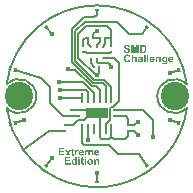
<source format=gtl>
G04*
G04 #@! TF.GenerationSoftware,Altium Limited,Altium Designer,20.1.14 (287)*
G04*
G04 Layer_Physical_Order=1*
G04 Layer_Color=255*
%FSLAX43Y43*%
%MOMM*%
G71*
G04*
G04 #@! TF.SameCoordinates,4F5269AA-7076-45A1-A172-B2B228468667*
G04*
G04*
G04 #@! TF.FilePolarity,Positive*
G04*
G01*
G75*
%ADD25C,0.127*%
%ADD26R,0.350X0.200*%
G04:AMPARAMS|DCode=27|XSize=0.35mm|YSize=0.2mm|CornerRadius=0mm|HoleSize=0mm|Usage=FLASHONLY|Rotation=324.000|XOffset=0mm|YOffset=0mm|HoleType=Round|Shape=Rectangle|*
%AMROTATEDRECTD27*
4,1,4,-0.200,0.022,-0.083,0.184,0.200,-0.022,0.083,-0.184,-0.200,0.022,0.0*
%
%ADD27ROTATEDRECTD27*%

G04:AMPARAMS|DCode=28|XSize=0.35mm|YSize=0.2mm|CornerRadius=0mm|HoleSize=0mm|Usage=FLASHONLY|Rotation=288.000|XOffset=0mm|YOffset=0mm|HoleType=Round|Shape=Rectangle|*
%AMROTATEDRECTD28*
4,1,4,-0.149,0.136,0.041,0.197,0.149,-0.136,-0.041,-0.197,-0.149,0.136,0.0*
%
%ADD28ROTATEDRECTD28*%

%ADD29R,0.250X0.200*%
G04:AMPARAMS|DCode=30|XSize=0.35mm|YSize=0.2mm|CornerRadius=0mm|HoleSize=0mm|Usage=FLASHONLY|Rotation=252.000|XOffset=0mm|YOffset=0mm|HoleType=Round|Shape=Rectangle|*
%AMROTATEDRECTD30*
4,1,4,-0.041,0.197,0.149,0.136,0.041,-0.197,-0.149,-0.136,-0.041,0.197,0.0*
%
%ADD30ROTATEDRECTD30*%

%ADD31R,0.240X0.900*%
%ADD32R,0.900X0.240*%
%ADD33R,1.900X0.900*%
%ADD34R,0.200X0.250*%
%ADD35C,0.160*%
G04:AMPARAMS|DCode=36|XSize=0.35mm|YSize=0.2mm|CornerRadius=0mm|HoleSize=0mm|Usage=FLASHONLY|Rotation=216.000|XOffset=0mm|YOffset=0mm|HoleType=Round|Shape=Rectangle|*
%AMROTATEDRECTD36*
4,1,4,0.083,0.184,0.200,0.022,-0.083,-0.184,-0.200,-0.022,0.083,0.184,0.0*
%
%ADD36ROTATEDRECTD36*%

%ADD37C,2.400*%
%ADD38C,0.450*%
G36*
X2568Y4328D02*
X2571D01*
X2576Y4328D01*
X2586Y4327D01*
X2598Y4326D01*
X2610Y4324D01*
X2624Y4322D01*
X2638Y4319D01*
X2653Y4316D01*
X2668Y4311D01*
X2684Y4306D01*
X2698Y4300D01*
X2712Y4293D01*
X2725Y4285D01*
X2737Y4275D01*
X2738Y4275D01*
X2740Y4273D01*
X2743Y4270D01*
X2747Y4266D01*
X2752Y4261D01*
X2757Y4254D01*
X2762Y4247D01*
X2768Y4238D01*
X2774Y4229D01*
X2780Y4218D01*
X2785Y4206D01*
X2790Y4194D01*
X2795Y4181D01*
X2798Y4166D01*
X2800Y4151D01*
X2802Y4135D01*
X2673Y4129D01*
Y4130D01*
X2672Y4132D01*
X2672Y4134D01*
X2671Y4137D01*
X2670Y4141D01*
X2668Y4146D01*
X2667Y4151D01*
X2665Y4157D01*
X2660Y4168D01*
X2654Y4180D01*
X2646Y4191D01*
X2642Y4196D01*
X2637Y4200D01*
X2637Y4200D01*
X2636Y4201D01*
X2634Y4202D01*
X2632Y4203D01*
X2629Y4205D01*
X2625Y4207D01*
X2621Y4209D01*
X2617Y4211D01*
X2611Y4213D01*
X2605Y4215D01*
X2598Y4217D01*
X2591Y4219D01*
X2583Y4220D01*
X2575Y4221D01*
X2565Y4222D01*
X2550D01*
X2546Y4221D01*
X2541Y4221D01*
X2536Y4220D01*
X2530Y4220D01*
X2523Y4219D01*
X2509Y4216D01*
X2494Y4212D01*
X2487Y4209D01*
X2480Y4206D01*
X2473Y4202D01*
X2467Y4198D01*
X2466Y4198D01*
X2464Y4195D01*
X2460Y4192D01*
X2457Y4188D01*
X2453Y4182D01*
X2450Y4176D01*
X2447Y4168D01*
X2447Y4163D01*
X2447Y4159D01*
Y4158D01*
Y4158D01*
X2447Y4155D01*
X2447Y4151D01*
X2449Y4145D01*
X2451Y4139D01*
X2454Y4133D01*
X2459Y4127D01*
X2466Y4120D01*
X2466D01*
X2467Y4119D01*
X2468Y4118D01*
X2471Y4116D01*
X2474Y4114D01*
X2478Y4112D01*
X2484Y4110D01*
X2490Y4107D01*
X2497Y4104D01*
X2505Y4101D01*
X2515Y4097D01*
X2526Y4093D01*
X2539Y4089D01*
X2552Y4085D01*
X2568Y4081D01*
X2584Y4077D01*
X2585D01*
X2585Y4077D01*
X2587D01*
X2588Y4076D01*
X2593Y4075D01*
X2600Y4073D01*
X2607Y4071D01*
X2617Y4069D01*
X2626Y4066D01*
X2637Y4063D01*
X2648Y4059D01*
X2660Y4056D01*
X2683Y4048D01*
X2694Y4044D01*
X2704Y4040D01*
X2715Y4035D01*
X2723Y4031D01*
X2724Y4030D01*
X2725Y4030D01*
X2728Y4029D01*
X2731Y4027D01*
X2735Y4024D01*
X2739Y4021D01*
X2744Y4018D01*
X2749Y4014D01*
X2755Y4010D01*
X2760Y4004D01*
X2766Y3999D01*
X2772Y3993D01*
X2784Y3980D01*
X2789Y3973D01*
X2794Y3966D01*
X2795Y3965D01*
X2795Y3964D01*
X2796Y3961D01*
X2798Y3958D01*
X2800Y3954D01*
X2803Y3949D01*
X2805Y3944D01*
X2807Y3937D01*
X2809Y3931D01*
X2812Y3923D01*
X2814Y3914D01*
X2816Y3906D01*
X2818Y3896D01*
X2819Y3886D01*
X2820Y3875D01*
X2820Y3864D01*
Y3863D01*
Y3862D01*
Y3858D01*
X2820Y3855D01*
X2819Y3850D01*
X2818Y3844D01*
X2817Y3838D01*
X2816Y3831D01*
X2815Y3823D01*
X2813Y3814D01*
X2810Y3806D01*
X2807Y3797D01*
X2803Y3788D01*
X2799Y3779D01*
X2795Y3770D01*
X2789Y3761D01*
X2789Y3760D01*
X2788Y3759D01*
X2786Y3756D01*
X2784Y3753D01*
X2780Y3749D01*
X2777Y3745D01*
X2772Y3740D01*
X2767Y3734D01*
X2761Y3728D01*
X2754Y3722D01*
X2747Y3716D01*
X2740Y3711D01*
X2731Y3705D01*
X2723Y3699D01*
X2713Y3694D01*
X2703Y3690D01*
X2702Y3689D01*
X2700Y3689D01*
X2697Y3687D01*
X2692Y3686D01*
X2687Y3684D01*
X2681Y3682D01*
X2673Y3680D01*
X2665Y3678D01*
X2655Y3676D01*
X2644Y3674D01*
X2633Y3672D01*
X2621Y3670D01*
X2608Y3669D01*
X2594Y3667D01*
X2579Y3667D01*
X2564Y3667D01*
X2556D01*
X2552Y3667D01*
X2548D01*
X2544Y3667D01*
X2534Y3668D01*
X2522Y3669D01*
X2509Y3671D01*
X2495Y3673D01*
X2480Y3677D01*
X2465Y3680D01*
X2449Y3685D01*
X2434Y3690D01*
X2419Y3697D01*
X2404Y3704D01*
X2390Y3713D01*
X2377Y3722D01*
X2376Y3723D01*
X2374Y3725D01*
X2371Y3728D01*
X2367Y3733D01*
X2362Y3739D01*
X2356Y3746D01*
X2350Y3754D01*
X2343Y3764D01*
X2337Y3775D01*
X2330Y3787D01*
X2324Y3801D01*
X2318Y3815D01*
X2312Y3831D01*
X2307Y3848D01*
X2303Y3867D01*
X2300Y3886D01*
X2426Y3898D01*
Y3897D01*
X2426Y3895D01*
X2427Y3892D01*
X2428Y3888D01*
X2429Y3882D01*
X2431Y3876D01*
X2433Y3870D01*
X2435Y3863D01*
X2442Y3848D01*
X2446Y3840D01*
X2450Y3832D01*
X2454Y3825D01*
X2459Y3818D01*
X2466Y3811D01*
X2472Y3805D01*
X2472Y3805D01*
X2473Y3804D01*
X2475Y3802D01*
X2478Y3801D01*
X2481Y3798D01*
X2486Y3796D01*
X2490Y3793D01*
X2496Y3790D01*
X2502Y3788D01*
X2510Y3785D01*
X2517Y3783D01*
X2526Y3780D01*
X2535Y3778D01*
X2545Y3777D01*
X2555Y3776D01*
X2565Y3776D01*
X2571D01*
X2576Y3776D01*
X2581Y3777D01*
X2587Y3777D01*
X2594Y3778D01*
X2600Y3779D01*
X2616Y3782D01*
X2624Y3784D01*
X2631Y3787D01*
X2639Y3790D01*
X2646Y3793D01*
X2653Y3797D01*
X2659Y3802D01*
X2660Y3802D01*
X2661Y3803D01*
X2662Y3805D01*
X2664Y3807D01*
X2667Y3809D01*
X2669Y3812D01*
X2672Y3816D01*
X2675Y3820D01*
X2681Y3829D01*
X2686Y3839D01*
X2688Y3845D01*
X2690Y3851D01*
X2691Y3857D01*
X2691Y3863D01*
Y3864D01*
Y3864D01*
Y3867D01*
X2691Y3871D01*
X2689Y3877D01*
X2688Y3883D01*
X2686Y3889D01*
X2682Y3896D01*
X2678Y3902D01*
X2677Y3903D01*
X2675Y3905D01*
X2672Y3907D01*
X2667Y3912D01*
X2661Y3916D01*
X2652Y3921D01*
X2643Y3925D01*
X2637Y3928D01*
X2631Y3930D01*
X2631D01*
X2630Y3931D01*
X2628Y3931D01*
X2626Y3931D01*
X2623Y3932D01*
X2619Y3934D01*
X2615Y3935D01*
X2610Y3937D01*
X2603Y3938D01*
X2596Y3940D01*
X2588Y3943D01*
X2578Y3945D01*
X2567Y3948D01*
X2555Y3951D01*
X2542Y3954D01*
X2527Y3958D01*
X2527D01*
X2526Y3958D01*
X2525D01*
X2523Y3959D01*
X2521Y3960D01*
X2518Y3961D01*
X2511Y3962D01*
X2502Y3965D01*
X2492Y3968D01*
X2482Y3972D01*
X2471Y3975D01*
X2459Y3980D01*
X2447Y3985D01*
X2434Y3990D01*
X2422Y3995D01*
X2411Y4001D01*
X2400Y4008D01*
X2391Y4014D01*
X2382Y4021D01*
X2381Y4022D01*
X2380Y4023D01*
X2376Y4027D01*
X2373Y4030D01*
X2368Y4035D01*
X2363Y4042D01*
X2358Y4049D01*
X2353Y4057D01*
X2347Y4066D01*
X2342Y4076D01*
X2337Y4086D01*
X2332Y4097D01*
X2329Y4109D01*
X2325Y4122D01*
X2324Y4136D01*
X2323Y4150D01*
Y4150D01*
Y4152D01*
Y4154D01*
X2324Y4158D01*
X2324Y4162D01*
X2325Y4167D01*
X2325Y4173D01*
X2326Y4180D01*
X2328Y4186D01*
X2330Y4194D01*
X2332Y4201D01*
X2335Y4209D01*
X2338Y4217D01*
X2342Y4225D01*
X2346Y4233D01*
X2350Y4241D01*
X2351Y4242D01*
X2352Y4243D01*
X2353Y4245D01*
X2355Y4248D01*
X2358Y4252D01*
X2362Y4256D01*
X2366Y4260D01*
X2371Y4265D01*
X2376Y4270D01*
X2382Y4276D01*
X2389Y4281D01*
X2396Y4286D01*
X2404Y4292D01*
X2412Y4297D01*
X2421Y4302D01*
X2430Y4306D01*
X2431Y4306D01*
X2433Y4307D01*
X2436Y4308D01*
X2440Y4310D01*
X2445Y4311D01*
X2451Y4313D01*
X2458Y4315D01*
X2466Y4317D01*
X2474Y4319D01*
X2484Y4322D01*
X2494Y4323D01*
X2505Y4325D01*
X2517Y4327D01*
X2530Y4328D01*
X2543Y4328D01*
X2556Y4329D01*
X2564D01*
X2568Y4328D01*
D02*
G37*
G36*
X3544Y3678D02*
X3424D01*
X3424Y4182D01*
X3297Y3678D01*
X3173D01*
X3047Y4182D01*
Y3678D01*
X2927D01*
Y4318D01*
X3120D01*
X3236Y3881D01*
X3350Y4318D01*
X3544D01*
Y3678D01*
D02*
G37*
G36*
X3928Y4317D02*
X3936D01*
X3944Y4317D01*
X3954Y4317D01*
X3963Y4316D01*
X3973Y4315D01*
X3993Y4313D01*
X4003Y4311D01*
X4013Y4310D01*
X4022Y4308D01*
X4030Y4305D01*
X4030D01*
X4032Y4304D01*
X4035Y4304D01*
X4039Y4302D01*
X4044Y4300D01*
X4050Y4298D01*
X4056Y4295D01*
X4063Y4292D01*
X4071Y4288D01*
X4078Y4284D01*
X4086Y4279D01*
X4095Y4274D01*
X4102Y4267D01*
X4111Y4261D01*
X4119Y4254D01*
X4126Y4246D01*
X4127Y4246D01*
X4128Y4244D01*
X4130Y4242D01*
X4133Y4239D01*
X4137Y4235D01*
X4140Y4230D01*
X4144Y4224D01*
X4149Y4218D01*
X4154Y4210D01*
X4159Y4202D01*
X4164Y4194D01*
X4169Y4185D01*
X4174Y4175D01*
X4179Y4165D01*
X4183Y4154D01*
X4187Y4143D01*
X4188Y4142D01*
X4188Y4140D01*
X4189Y4137D01*
X4191Y4132D01*
X4193Y4126D01*
X4194Y4119D01*
X4196Y4110D01*
X4198Y4101D01*
X4200Y4090D01*
X4202Y4079D01*
X4204Y4066D01*
X4206Y4053D01*
X4207Y4039D01*
X4208Y4024D01*
X4209Y4008D01*
Y3992D01*
Y3991D01*
Y3988D01*
Y3984D01*
X4208Y3978D01*
Y3972D01*
X4208Y3963D01*
X4207Y3955D01*
X4206Y3945D01*
X4205Y3935D01*
X4204Y3924D01*
X4200Y3901D01*
X4195Y3878D01*
X4193Y3867D01*
X4189Y3856D01*
X4188Y3855D01*
X4188Y3852D01*
X4187Y3849D01*
X4184Y3844D01*
X4182Y3838D01*
X4179Y3831D01*
X4175Y3824D01*
X4171Y3815D01*
X4167Y3807D01*
X4162Y3797D01*
X4156Y3788D01*
X4150Y3778D01*
X4143Y3769D01*
X4136Y3760D01*
X4129Y3751D01*
X4120Y3742D01*
X4120Y3742D01*
X4119Y3741D01*
X4117Y3739D01*
X4114Y3737D01*
X4111Y3734D01*
X4107Y3731D01*
X4102Y3728D01*
X4096Y3724D01*
X4090Y3720D01*
X4083Y3716D01*
X4076Y3711D01*
X4068Y3707D01*
X4059Y3703D01*
X4050Y3699D01*
X4040Y3695D01*
X4030Y3691D01*
X4029D01*
X4028Y3691D01*
X4025Y3690D01*
X4022Y3690D01*
X4018Y3688D01*
X4012Y3687D01*
X4006Y3686D01*
X3999Y3685D01*
X3991Y3684D01*
X3983Y3682D01*
X3973Y3681D01*
X3963Y3680D01*
X3952Y3679D01*
X3941Y3679D01*
X3928Y3678D01*
X3673D01*
Y4318D01*
X3921D01*
X3928Y4317D01*
D02*
G37*
G36*
X2607Y3538D02*
X2610D01*
X2614Y3538D01*
X2619D01*
X2629Y3536D01*
X2640Y3535D01*
X2653Y3533D01*
X2667Y3530D01*
X2681Y3526D01*
X2697Y3521D01*
X2713Y3516D01*
X2729Y3509D01*
X2745Y3501D01*
X2760Y3492D01*
X2775Y3481D01*
X2790Y3469D01*
X2790Y3468D01*
X2791Y3467D01*
X2794Y3465D01*
X2796Y3461D01*
X2800Y3457D01*
X2804Y3452D01*
X2809Y3446D01*
X2814Y3439D01*
X2819Y3431D01*
X2825Y3422D01*
X2830Y3412D01*
X2836Y3402D01*
X2841Y3391D01*
X2846Y3379D01*
X2851Y3365D01*
X2855Y3351D01*
X2727Y3321D01*
Y3321D01*
X2727Y3323D01*
X2726Y3325D01*
X2725Y3329D01*
X2723Y3333D01*
X2722Y3338D01*
X2719Y3343D01*
X2717Y3349D01*
X2711Y3362D01*
X2706Y3368D01*
X2702Y3374D01*
X2698Y3381D01*
X2692Y3387D01*
X2686Y3393D01*
X2680Y3399D01*
X2679Y3399D01*
X2678Y3400D01*
X2676Y3402D01*
X2673Y3404D01*
X2670Y3406D01*
X2666Y3408D01*
X2661Y3411D01*
X2655Y3414D01*
X2649Y3416D01*
X2643Y3419D01*
X2635Y3421D01*
X2628Y3423D01*
X2619Y3425D01*
X2611Y3427D01*
X2602Y3428D01*
X2592Y3428D01*
X2589D01*
X2585Y3428D01*
X2581Y3427D01*
X2575Y3427D01*
X2568Y3425D01*
X2560Y3424D01*
X2551Y3422D01*
X2542Y3419D01*
X2533Y3416D01*
X2523Y3411D01*
X2514Y3406D01*
X2504Y3400D01*
X2495Y3394D01*
X2486Y3386D01*
X2477Y3377D01*
X2477Y3376D01*
X2475Y3374D01*
X2473Y3371D01*
X2470Y3367D01*
X2467Y3362D01*
X2463Y3355D01*
X2459Y3347D01*
X2455Y3337D01*
X2451Y3326D01*
X2447Y3314D01*
X2443Y3300D01*
X2440Y3286D01*
X2437Y3269D01*
X2435Y3251D01*
X2434Y3232D01*
X2433Y3211D01*
Y3211D01*
Y3210D01*
Y3208D01*
Y3206D01*
Y3203D01*
X2434Y3200D01*
Y3196D01*
X2434Y3191D01*
X2435Y3182D01*
X2435Y3170D01*
X2437Y3158D01*
X2439Y3144D01*
X2441Y3130D01*
X2444Y3116D01*
X2447Y3102D01*
X2452Y3087D01*
X2456Y3074D01*
X2462Y3061D01*
X2469Y3049D01*
X2477Y3039D01*
X2477Y3038D01*
X2478Y3037D01*
X2481Y3034D01*
X2484Y3031D01*
X2489Y3027D01*
X2494Y3023D01*
X2500Y3018D01*
X2507Y3013D01*
X2515Y3008D01*
X2523Y3004D01*
X2533Y3000D01*
X2543Y2995D01*
X2553Y2992D01*
X2565Y2990D01*
X2577Y2988D01*
X2590Y2988D01*
X2595D01*
X2599Y2988D01*
X2603Y2988D01*
X2608Y2989D01*
X2614Y2990D01*
X2620Y2992D01*
X2627Y2993D01*
X2634Y2995D01*
X2641Y2998D01*
X2649Y3001D01*
X2656Y3005D01*
X2664Y3009D01*
X2671Y3014D01*
X2678Y3020D01*
X2679Y3020D01*
X2680Y3021D01*
X2682Y3024D01*
X2684Y3026D01*
X2687Y3030D01*
X2691Y3034D01*
X2695Y3039D01*
X2699Y3045D01*
X2703Y3052D01*
X2708Y3060D01*
X2712Y3068D01*
X2717Y3077D01*
X2721Y3088D01*
X2725Y3098D01*
X2729Y3111D01*
X2732Y3123D01*
X2857Y3084D01*
Y3083D01*
X2857Y3082D01*
X2856Y3081D01*
X2856Y3079D01*
X2855Y3077D01*
X2854Y3074D01*
X2852Y3067D01*
X2848Y3058D01*
X2844Y3048D01*
X2839Y3037D01*
X2834Y3025D01*
X2828Y3013D01*
X2821Y3000D01*
X2813Y2987D01*
X2804Y2974D01*
X2795Y2961D01*
X2784Y2949D01*
X2773Y2938D01*
X2761Y2928D01*
X2760Y2927D01*
X2758Y2926D01*
X2754Y2923D01*
X2749Y2920D01*
X2742Y2916D01*
X2735Y2912D01*
X2725Y2907D01*
X2715Y2902D01*
X2703Y2898D01*
X2690Y2893D01*
X2676Y2889D01*
X2661Y2885D01*
X2645Y2882D01*
X2628Y2879D01*
X2610Y2878D01*
X2591Y2877D01*
X2586D01*
X2582Y2878D01*
X2579D01*
X2575Y2878D01*
X2570Y2878D01*
X2565Y2879D01*
X2559Y2880D01*
X2546Y2882D01*
X2533Y2884D01*
X2517Y2888D01*
X2501Y2892D01*
X2484Y2898D01*
X2467Y2905D01*
X2449Y2914D01*
X2432Y2924D01*
X2414Y2935D01*
X2406Y2942D01*
X2398Y2949D01*
X2390Y2956D01*
X2382Y2964D01*
Y2964D01*
X2381Y2965D01*
X2380Y2966D01*
X2378Y2968D01*
X2376Y2970D01*
X2374Y2973D01*
X2372Y2976D01*
X2369Y2980D01*
X2366Y2984D01*
X2363Y2989D01*
X2360Y2994D01*
X2356Y3000D01*
X2349Y3012D01*
X2341Y3026D01*
X2333Y3043D01*
X2326Y3060D01*
X2319Y3080D01*
X2313Y3101D01*
X2307Y3124D01*
X2304Y3148D01*
X2301Y3174D01*
X2300Y3188D01*
X2300Y3202D01*
Y3203D01*
Y3204D01*
Y3206D01*
Y3209D01*
X2300Y3213D01*
Y3217D01*
X2301Y3222D01*
X2301Y3228D01*
X2302Y3235D01*
X2302Y3242D01*
X2303Y3249D01*
X2304Y3257D01*
X2307Y3274D01*
X2310Y3293D01*
X2315Y3313D01*
X2320Y3333D01*
X2327Y3353D01*
X2335Y3374D01*
X2344Y3394D01*
X2355Y3414D01*
X2368Y3433D01*
X2375Y3441D01*
X2382Y3450D01*
X2383Y3450D01*
X2383Y3451D01*
X2385Y3452D01*
X2386Y3454D01*
X2391Y3458D01*
X2397Y3464D01*
X2405Y3471D01*
X2416Y3478D01*
X2427Y3486D01*
X2440Y3494D01*
X2455Y3503D01*
X2472Y3510D01*
X2489Y3518D01*
X2508Y3525D01*
X2529Y3530D01*
X2551Y3535D01*
X2575Y3538D01*
X2587Y3538D01*
X2599Y3539D01*
X2604D01*
X2607Y3538D01*
D02*
G37*
G36*
X5279Y3362D02*
X5284Y3361D01*
X5288Y3361D01*
X5293Y3360D01*
X5305Y3358D01*
X5317Y3356D01*
X5330Y3352D01*
X5343Y3347D01*
X5343D01*
X5344Y3347D01*
X5346Y3346D01*
X5348Y3344D01*
X5351Y3343D01*
X5354Y3341D01*
X5362Y3337D01*
X5370Y3331D01*
X5378Y3325D01*
X5387Y3318D01*
X5394Y3310D01*
Y3309D01*
X5394Y3309D01*
X5395Y3307D01*
X5396Y3306D01*
X5400Y3301D01*
X5403Y3295D01*
X5407Y3287D01*
X5411Y3279D01*
X5415Y3269D01*
X5418Y3258D01*
Y3258D01*
X5419Y3257D01*
Y3256D01*
X5419Y3253D01*
X5420Y3250D01*
X5420Y3246D01*
X5421Y3242D01*
X5422Y3237D01*
X5422Y3232D01*
X5423Y3226D01*
X5424Y3219D01*
X5424Y3211D01*
X5425Y3203D01*
Y3195D01*
X5425Y3185D01*
Y3176D01*
Y2888D01*
X5303D01*
Y3124D01*
Y3125D01*
Y3128D01*
Y3131D01*
Y3136D01*
X5302Y3142D01*
Y3149D01*
Y3157D01*
X5302Y3165D01*
X5301Y3181D01*
X5300Y3189D01*
X5299Y3197D01*
X5298Y3204D01*
X5297Y3211D01*
X5296Y3217D01*
X5294Y3221D01*
Y3222D01*
X5294Y3222D01*
X5293Y3225D01*
X5291Y3229D01*
X5288Y3234D01*
X5284Y3239D01*
X5280Y3245D01*
X5275Y3251D01*
X5269Y3256D01*
X5268Y3256D01*
X5266Y3258D01*
X5262Y3260D01*
X5257Y3262D01*
X5251Y3264D01*
X5243Y3266D01*
X5235Y3268D01*
X5226Y3268D01*
X5223D01*
X5221Y3268D01*
X5218D01*
X5215Y3267D01*
X5207Y3266D01*
X5198Y3264D01*
X5188Y3261D01*
X5178Y3257D01*
X5168Y3251D01*
X5168D01*
X5168Y3250D01*
X5166Y3249D01*
X5164Y3247D01*
X5160Y3244D01*
X5155Y3238D01*
X5149Y3232D01*
X5143Y3223D01*
X5138Y3214D01*
X5134Y3204D01*
Y3203D01*
X5133Y3203D01*
X5133Y3201D01*
X5132Y3198D01*
X5131Y3195D01*
X5131Y3191D01*
X5130Y3186D01*
X5129Y3180D01*
X5128Y3173D01*
X5127Y3166D01*
X5127Y3157D01*
X5126Y3147D01*
X5125Y3136D01*
X5125Y3124D01*
X5125Y3111D01*
Y3098D01*
Y2888D01*
X5002D01*
Y3352D01*
X5116D01*
Y3283D01*
X5117Y3284D01*
X5119Y3287D01*
X5122Y3291D01*
X5127Y3296D01*
X5133Y3301D01*
X5140Y3308D01*
X5148Y3315D01*
X5158Y3323D01*
X5168Y3330D01*
X5180Y3337D01*
X5192Y3344D01*
X5206Y3349D01*
X5220Y3355D01*
X5235Y3359D01*
X5252Y3361D01*
X5269Y3362D01*
X5276D01*
X5279Y3362D01*
D02*
G37*
G36*
X4381Y2888D02*
X4258D01*
Y3528D01*
X4381D01*
Y2888D01*
D02*
G37*
G36*
X4132D02*
X4010D01*
Y3528D01*
X4132D01*
Y2888D01*
D02*
G37*
G36*
X3708Y3362D02*
X3715D01*
X3722Y3361D01*
X3731Y3361D01*
X3740Y3360D01*
X3750Y3359D01*
X3760Y3357D01*
X3781Y3354D01*
X3790Y3352D01*
X3800Y3349D01*
X3809Y3346D01*
X3817Y3343D01*
X3817D01*
X3819Y3342D01*
X3820Y3341D01*
X3823Y3339D01*
X3826Y3337D01*
X3830Y3335D01*
X3839Y3329D01*
X3848Y3322D01*
X3857Y3313D01*
X3866Y3304D01*
X3870Y3299D01*
X3873Y3293D01*
Y3293D01*
X3874Y3292D01*
X3875Y3290D01*
X3876Y3287D01*
X3877Y3284D01*
X3878Y3279D01*
X3880Y3274D01*
X3881Y3268D01*
X3883Y3261D01*
X3885Y3253D01*
X3886Y3244D01*
X3887Y3234D01*
X3888Y3223D01*
X3889Y3211D01*
X3890Y3197D01*
Y3183D01*
X3888Y3040D01*
Y3040D01*
Y3037D01*
Y3034D01*
Y3030D01*
Y3025D01*
X3888Y3019D01*
Y3013D01*
X3889Y3006D01*
X3889Y2991D01*
X3890Y2976D01*
X3891Y2969D01*
X3892Y2962D01*
X3893Y2956D01*
X3893Y2950D01*
Y2950D01*
X3894Y2949D01*
Y2947D01*
X3895Y2945D01*
X3895Y2942D01*
X3896Y2939D01*
X3899Y2932D01*
X3901Y2922D01*
X3905Y2912D01*
X3910Y2900D01*
X3916Y2888D01*
X3795D01*
Y2889D01*
X3794Y2890D01*
X3793Y2893D01*
X3791Y2897D01*
X3789Y2902D01*
X3787Y2908D01*
X3785Y2916D01*
X3783Y2924D01*
Y2925D01*
X3782Y2926D01*
X3782Y2928D01*
X3781Y2930D01*
X3779Y2935D01*
X3779Y2937D01*
X3778Y2939D01*
X3778Y2938D01*
X3777Y2937D01*
X3775Y2936D01*
X3773Y2933D01*
X3770Y2931D01*
X3766Y2928D01*
X3763Y2925D01*
X3758Y2921D01*
X3748Y2914D01*
X3737Y2906D01*
X3724Y2899D01*
X3711Y2893D01*
X3710D01*
X3709Y2892D01*
X3707Y2891D01*
X3705Y2890D01*
X3701Y2889D01*
X3697Y2888D01*
X3693Y2887D01*
X3688Y2885D01*
X3683Y2884D01*
X3677Y2882D01*
X3664Y2880D01*
X3649Y2878D01*
X3635Y2878D01*
X3631D01*
X3628Y2878D01*
X3623D01*
X3617Y2879D01*
X3610Y2879D01*
X3602Y2881D01*
X3593Y2883D01*
X3585Y2884D01*
X3575Y2887D01*
X3566Y2890D01*
X3557Y2894D01*
X3548Y2898D01*
X3538Y2903D01*
X3530Y2909D01*
X3522Y2916D01*
X3521Y2917D01*
X3520Y2918D01*
X3518Y2921D01*
X3515Y2923D01*
X3512Y2927D01*
X3509Y2932D01*
X3505Y2937D01*
X3501Y2943D01*
X3497Y2950D01*
X3494Y2957D01*
X3490Y2965D01*
X3487Y2974D01*
X3484Y2983D01*
X3483Y2993D01*
X3481Y3004D01*
X3481Y3014D01*
Y3015D01*
Y3016D01*
Y3018D01*
X3481Y3021D01*
Y3025D01*
X3482Y3028D01*
X3482Y3033D01*
X3483Y3038D01*
X3485Y3049D01*
X3489Y3061D01*
X3493Y3073D01*
X3499Y3084D01*
X3500Y3085D01*
X3500Y3086D01*
X3501Y3087D01*
X3503Y3089D01*
X3507Y3095D01*
X3513Y3102D01*
X3520Y3109D01*
X3529Y3117D01*
X3540Y3125D01*
X3552Y3131D01*
X3552D01*
X3553Y3132D01*
X3556Y3133D01*
X3558Y3134D01*
X3562Y3135D01*
X3566Y3137D01*
X3571Y3139D01*
X3577Y3141D01*
X3583Y3143D01*
X3591Y3146D01*
X3599Y3148D01*
X3607Y3150D01*
X3617Y3153D01*
X3627Y3155D01*
X3638Y3158D01*
X3649Y3160D01*
X3650D01*
X3653Y3161D01*
X3658Y3161D01*
X3663Y3163D01*
X3670Y3164D01*
X3679Y3166D01*
X3687Y3168D01*
X3697Y3170D01*
X3716Y3175D01*
X3736Y3180D01*
X3745Y3182D01*
X3754Y3185D01*
X3762Y3188D01*
X3769Y3190D01*
Y3203D01*
Y3203D01*
Y3204D01*
Y3206D01*
X3768Y3208D01*
Y3211D01*
X3768Y3215D01*
X3766Y3222D01*
X3764Y3230D01*
X3761Y3239D01*
X3757Y3246D01*
X3754Y3250D01*
X3751Y3253D01*
X3750Y3253D01*
X3749Y3254D01*
X3747Y3255D01*
X3746Y3257D01*
X3743Y3258D01*
X3740Y3259D01*
X3736Y3261D01*
X3732Y3262D01*
X3727Y3264D01*
X3722Y3264D01*
X3716Y3266D01*
X3709Y3267D01*
X3702Y3268D01*
X3694Y3268D01*
X3679D01*
X3677Y3268D01*
X3673D01*
X3667Y3267D01*
X3658Y3265D01*
X3649Y3263D01*
X3641Y3259D01*
X3634Y3255D01*
X3633Y3255D01*
X3631Y3253D01*
X3627Y3249D01*
X3624Y3245D01*
X3619Y3239D01*
X3614Y3231D01*
X3609Y3221D01*
X3605Y3210D01*
X3493Y3230D01*
X3494Y3231D01*
X3494Y3233D01*
X3495Y3236D01*
X3497Y3241D01*
X3499Y3246D01*
X3501Y3253D01*
X3505Y3260D01*
X3508Y3267D01*
X3512Y3276D01*
X3517Y3283D01*
X3522Y3292D01*
X3528Y3300D01*
X3534Y3308D01*
X3542Y3316D01*
X3549Y3323D01*
X3557Y3329D01*
X3558Y3330D01*
X3560Y3331D01*
X3562Y3332D01*
X3566Y3334D01*
X3571Y3337D01*
X3577Y3339D01*
X3584Y3343D01*
X3592Y3346D01*
X3601Y3349D01*
X3611Y3352D01*
X3623Y3355D01*
X3635Y3357D01*
X3648Y3359D01*
X3662Y3361D01*
X3678Y3362D01*
X3694Y3362D01*
X3702D01*
X3708Y3362D01*
D02*
G37*
G36*
X3089Y3292D02*
X3090Y3293D01*
X3092Y3295D01*
X3095Y3299D01*
X3100Y3303D01*
X3105Y3308D01*
X3112Y3314D01*
X3120Y3320D01*
X3129Y3327D01*
X3139Y3334D01*
X3150Y3340D01*
X3162Y3346D01*
X3174Y3351D01*
X3187Y3356D01*
X3201Y3359D01*
X3216Y3361D01*
X3231Y3362D01*
X3238D01*
X3242Y3362D01*
X3246Y3361D01*
X3251Y3361D01*
X3256Y3360D01*
X3268Y3358D01*
X3281Y3356D01*
X3294Y3351D01*
X3307Y3346D01*
X3307D01*
X3308Y3345D01*
X3310Y3345D01*
X3312Y3343D01*
X3315Y3342D01*
X3318Y3340D01*
X3326Y3335D01*
X3335Y3330D01*
X3343Y3323D01*
X3351Y3315D01*
X3358Y3306D01*
Y3306D01*
X3359Y3305D01*
X3360Y3304D01*
X3361Y3302D01*
X3362Y3300D01*
X3364Y3297D01*
X3368Y3290D01*
X3372Y3282D01*
X3376Y3273D01*
X3379Y3263D01*
X3382Y3251D01*
Y3251D01*
X3383Y3250D01*
Y3248D01*
X3383Y3246D01*
X3384Y3243D01*
X3384Y3239D01*
X3385Y3234D01*
X3385Y3229D01*
X3386Y3223D01*
X3387Y3216D01*
X3387Y3209D01*
X3388Y3201D01*
X3388Y3191D01*
Y3182D01*
X3389Y3171D01*
Y3160D01*
Y2888D01*
X3266D01*
Y3133D01*
Y3134D01*
Y3136D01*
Y3140D01*
Y3144D01*
Y3150D01*
X3266Y3157D01*
Y3164D01*
X3265Y3172D01*
X3264Y3187D01*
X3264Y3195D01*
X3263Y3203D01*
X3262Y3209D01*
X3261Y3215D01*
X3260Y3221D01*
X3259Y3225D01*
X3258Y3226D01*
X3257Y3228D01*
X3256Y3232D01*
X3253Y3236D01*
X3250Y3241D01*
X3245Y3246D01*
X3240Y3251D01*
X3234Y3256D01*
X3233Y3257D01*
X3231Y3258D01*
X3227Y3260D01*
X3222Y3262D01*
X3216Y3264D01*
X3208Y3266D01*
X3200Y3268D01*
X3190Y3268D01*
X3185D01*
X3182Y3268D01*
X3179Y3267D01*
X3172Y3266D01*
X3163Y3264D01*
X3154Y3262D01*
X3145Y3258D01*
X3135Y3253D01*
X3135D01*
X3134Y3252D01*
X3132Y3250D01*
X3127Y3246D01*
X3122Y3242D01*
X3116Y3235D01*
X3110Y3228D01*
X3105Y3219D01*
X3100Y3208D01*
Y3208D01*
X3100Y3207D01*
X3099Y3205D01*
X3098Y3203D01*
X3097Y3199D01*
X3097Y3196D01*
X3096Y3191D01*
X3095Y3186D01*
X3094Y3180D01*
X3093Y3174D01*
X3092Y3166D01*
X3091Y3159D01*
X3090Y3150D01*
X3090Y3141D01*
X3089Y3131D01*
Y3120D01*
Y2888D01*
X2967D01*
Y3528D01*
X3089D01*
Y3292D01*
D02*
G37*
G36*
X6279Y3362D02*
X6282D01*
X6289Y3361D01*
X6298Y3360D01*
X6308Y3358D01*
X6319Y3356D01*
X6331Y3354D01*
X6344Y3350D01*
X6357Y3345D01*
X6370Y3340D01*
X6384Y3333D01*
X6398Y3325D01*
X6411Y3316D01*
X6423Y3306D01*
X6435Y3294D01*
X6435Y3293D01*
X6437Y3290D01*
X6440Y3286D01*
X6444Y3281D01*
X6449Y3273D01*
X6454Y3264D01*
X6459Y3254D01*
X6464Y3242D01*
X6470Y3228D01*
X6475Y3212D01*
X6480Y3195D01*
X6485Y3176D01*
X6488Y3156D01*
X6491Y3134D01*
X6492Y3110D01*
X6492Y3084D01*
X6185D01*
Y3084D01*
Y3082D01*
X6185Y3079D01*
Y3075D01*
X6186Y3071D01*
X6187Y3065D01*
X6188Y3060D01*
X6189Y3053D01*
X6192Y3039D01*
X6195Y3032D01*
X6197Y3025D01*
X6201Y3019D01*
X6205Y3012D01*
X6209Y3005D01*
X6214Y2999D01*
X6215Y2999D01*
X6216Y2998D01*
X6217Y2996D01*
X6219Y2994D01*
X6222Y2992D01*
X6226Y2989D01*
X6229Y2987D01*
X6234Y2984D01*
X6239Y2981D01*
X6244Y2979D01*
X6256Y2974D01*
X6263Y2972D01*
X6270Y2970D01*
X6277Y2970D01*
X6285Y2969D01*
X6288D01*
X6290Y2970D01*
X6295Y2970D01*
X6302Y2971D01*
X6310Y2973D01*
X6318Y2976D01*
X6326Y2979D01*
X6334Y2984D01*
X6334D01*
X6335Y2985D01*
X6337Y2988D01*
X6341Y2991D01*
X6345Y2997D01*
X6350Y3004D01*
X6355Y3013D01*
X6360Y3023D01*
X6364Y3035D01*
X6486Y3015D01*
X6485Y3014D01*
X6485Y3012D01*
X6484Y3008D01*
X6481Y3004D01*
X6479Y2998D01*
X6476Y2992D01*
X6472Y2984D01*
X6467Y2977D01*
X6463Y2969D01*
X6457Y2960D01*
X6451Y2951D01*
X6444Y2943D01*
X6437Y2935D01*
X6429Y2927D01*
X6420Y2919D01*
X6411Y2912D01*
X6411Y2912D01*
X6409Y2911D01*
X6406Y2909D01*
X6402Y2907D01*
X6397Y2904D01*
X6391Y2901D01*
X6384Y2898D01*
X6376Y2895D01*
X6367Y2892D01*
X6358Y2889D01*
X6347Y2885D01*
X6336Y2883D01*
X6324Y2881D01*
X6311Y2879D01*
X6298Y2878D01*
X6284Y2878D01*
X6279D01*
X6276Y2878D01*
X6272D01*
X6269Y2878D01*
X6264Y2879D01*
X6254Y2880D01*
X6243Y2882D01*
X6230Y2884D01*
X6216Y2887D01*
X6202Y2891D01*
X6187Y2897D01*
X6172Y2903D01*
X6157Y2911D01*
X6143Y2920D01*
X6130Y2930D01*
X6117Y2942D01*
X6105Y2956D01*
X6105Y2957D01*
X6103Y2959D01*
X6101Y2963D01*
X6098Y2968D01*
X6094Y2974D01*
X6091Y2981D01*
X6087Y2990D01*
X6082Y3000D01*
X6078Y3011D01*
X6074Y3023D01*
X6070Y3036D01*
X6067Y3050D01*
X6063Y3065D01*
X6061Y3081D01*
X6060Y3098D01*
X6059Y3116D01*
Y3117D01*
Y3117D01*
Y3119D01*
Y3121D01*
X6060Y3124D01*
Y3127D01*
Y3131D01*
X6060Y3135D01*
X6061Y3145D01*
X6062Y3156D01*
X6064Y3168D01*
X6067Y3182D01*
X6070Y3196D01*
X6074Y3211D01*
X6079Y3226D01*
X6085Y3241D01*
X6092Y3256D01*
X6099Y3270D01*
X6109Y3283D01*
X6119Y3296D01*
X6120Y3297D01*
X6122Y3299D01*
X6125Y3302D01*
X6130Y3307D01*
X6136Y3312D01*
X6143Y3317D01*
X6152Y3323D01*
X6161Y3329D01*
X6172Y3335D01*
X6183Y3341D01*
X6196Y3347D01*
X6209Y3352D01*
X6223Y3356D01*
X6239Y3359D01*
X6255Y3361D01*
X6272Y3362D01*
X6277D01*
X6279Y3362D01*
D02*
G37*
G36*
X4690D02*
X4693D01*
X4700Y3361D01*
X4709Y3360D01*
X4719Y3358D01*
X4730Y3356D01*
X4742Y3354D01*
X4755Y3350D01*
X4768Y3345D01*
X4782Y3340D01*
X4795Y3333D01*
X4809Y3325D01*
X4822Y3316D01*
X4834Y3306D01*
X4846Y3294D01*
X4846Y3293D01*
X4849Y3290D01*
X4851Y3286D01*
X4855Y3281D01*
X4860Y3273D01*
X4865Y3264D01*
X4870Y3254D01*
X4875Y3242D01*
X4881Y3228D01*
X4886Y3212D01*
X4891Y3195D01*
X4896Y3176D01*
X4899Y3156D01*
X4902Y3134D01*
X4903Y3110D01*
X4904Y3084D01*
X4596D01*
Y3084D01*
Y3082D01*
X4597Y3079D01*
Y3075D01*
X4597Y3071D01*
X4598Y3065D01*
X4599Y3060D01*
X4600Y3053D01*
X4604Y3039D01*
X4606Y3032D01*
X4609Y3025D01*
X4612Y3019D01*
X4616Y3012D01*
X4620Y3005D01*
X4625Y2999D01*
X4626Y2999D01*
X4627Y2998D01*
X4628Y2996D01*
X4630Y2994D01*
X4633Y2992D01*
X4637Y2989D01*
X4641Y2987D01*
X4645Y2984D01*
X4650Y2981D01*
X4655Y2979D01*
X4667Y2974D01*
X4674Y2972D01*
X4681Y2970D01*
X4689Y2970D01*
X4696Y2969D01*
X4699D01*
X4702Y2970D01*
X4707Y2970D01*
X4714Y2971D01*
X4721Y2973D01*
X4729Y2976D01*
X4737Y2979D01*
X4745Y2984D01*
X4745D01*
X4746Y2985D01*
X4748Y2988D01*
X4752Y2991D01*
X4756Y2997D01*
X4761Y3004D01*
X4766Y3013D01*
X4771Y3023D01*
X4775Y3035D01*
X4897Y3015D01*
X4897Y3014D01*
X4896Y3012D01*
X4895Y3008D01*
X4892Y3004D01*
X4890Y2998D01*
X4887Y2992D01*
X4883Y2984D01*
X4879Y2977D01*
X4874Y2969D01*
X4868Y2960D01*
X4862Y2951D01*
X4855Y2943D01*
X4848Y2935D01*
X4840Y2927D01*
X4831Y2919D01*
X4822Y2912D01*
X4822Y2912D01*
X4820Y2911D01*
X4817Y2909D01*
X4813Y2907D01*
X4808Y2904D01*
X4802Y2901D01*
X4795Y2898D01*
X4787Y2895D01*
X4778Y2892D01*
X4769Y2889D01*
X4758Y2885D01*
X4747Y2883D01*
X4735Y2881D01*
X4722Y2879D01*
X4709Y2878D01*
X4695Y2878D01*
X4690D01*
X4687Y2878D01*
X4684D01*
X4680Y2878D01*
X4675Y2879D01*
X4665Y2880D01*
X4654Y2882D01*
X4641Y2884D01*
X4627Y2887D01*
X4613Y2891D01*
X4598Y2897D01*
X4583Y2903D01*
X4568Y2911D01*
X4554Y2920D01*
X4541Y2930D01*
X4528Y2942D01*
X4516Y2956D01*
X4516Y2957D01*
X4514Y2959D01*
X4512Y2963D01*
X4509Y2968D01*
X4506Y2974D01*
X4502Y2981D01*
X4498Y2990D01*
X4494Y3000D01*
X4489Y3011D01*
X4485Y3023D01*
X4481Y3036D01*
X4478Y3050D01*
X4475Y3065D01*
X4472Y3081D01*
X4471Y3098D01*
X4470Y3116D01*
Y3117D01*
Y3117D01*
Y3119D01*
Y3121D01*
X4471Y3124D01*
Y3127D01*
Y3131D01*
X4471Y3135D01*
X4472Y3145D01*
X4474Y3156D01*
X4475Y3168D01*
X4478Y3182D01*
X4481Y3196D01*
X4485Y3211D01*
X4490Y3226D01*
X4496Y3241D01*
X4503Y3256D01*
X4511Y3270D01*
X4520Y3283D01*
X4530Y3296D01*
X4531Y3297D01*
X4533Y3299D01*
X4537Y3302D01*
X4541Y3307D01*
X4547Y3312D01*
X4555Y3317D01*
X4563Y3323D01*
X4572Y3329D01*
X4583Y3335D01*
X4594Y3341D01*
X4607Y3347D01*
X4620Y3352D01*
X4635Y3356D01*
X4650Y3359D01*
X4666Y3361D01*
X4683Y3362D01*
X4688D01*
X4690Y3362D01*
D02*
G37*
G36*
X5726D02*
X5732Y3361D01*
X5739Y3360D01*
X5747Y3358D01*
X5757Y3356D01*
X5767Y3353D01*
X5778Y3349D01*
X5790Y3343D01*
X5801Y3337D01*
X5813Y3330D01*
X5825Y3321D01*
X5837Y3311D01*
X5848Y3300D01*
X5859Y3286D01*
Y3352D01*
X5974D01*
Y2935D01*
Y2934D01*
Y2932D01*
Y2927D01*
Y2922D01*
X5973Y2915D01*
X5973Y2908D01*
Y2899D01*
X5972Y2890D01*
X5971Y2880D01*
X5970Y2870D01*
X5968Y2849D01*
X5966Y2840D01*
X5964Y2830D01*
X5962Y2821D01*
X5960Y2813D01*
Y2813D01*
X5959Y2811D01*
X5958Y2810D01*
X5958Y2807D01*
X5956Y2803D01*
X5954Y2799D01*
X5950Y2790D01*
X5945Y2780D01*
X5938Y2769D01*
X5931Y2759D01*
X5922Y2749D01*
X5922Y2749D01*
X5921Y2749D01*
X5920Y2747D01*
X5917Y2746D01*
X5915Y2744D01*
X5912Y2742D01*
X5909Y2739D01*
X5904Y2737D01*
X5900Y2733D01*
X5895Y2731D01*
X5884Y2724D01*
X5871Y2718D01*
X5856Y2713D01*
X5856D01*
X5854Y2713D01*
X5852Y2712D01*
X5849Y2712D01*
X5845Y2710D01*
X5840Y2709D01*
X5835Y2708D01*
X5828Y2707D01*
X5821Y2706D01*
X5813Y2704D01*
X5805Y2703D01*
X5796Y2702D01*
X5786Y2701D01*
X5775Y2700D01*
X5765Y2700D01*
X5745D01*
X5742Y2700D01*
X5734D01*
X5725Y2701D01*
X5713Y2702D01*
X5701Y2703D01*
X5688Y2705D01*
X5675Y2707D01*
X5661Y2710D01*
X5646Y2713D01*
X5633Y2717D01*
X5620Y2722D01*
X5607Y2727D01*
X5596Y2734D01*
X5586Y2741D01*
X5585Y2741D01*
X5584Y2743D01*
X5581Y2745D01*
X5578Y2748D01*
X5574Y2752D01*
X5570Y2757D01*
X5566Y2762D01*
X5561Y2769D01*
X5557Y2776D01*
X5553Y2784D01*
X5548Y2792D01*
X5545Y2801D01*
X5542Y2811D01*
X5539Y2821D01*
X5537Y2832D01*
X5537Y2843D01*
Y2844D01*
Y2845D01*
Y2846D01*
Y2847D01*
Y2852D01*
X5537Y2858D01*
X5677Y2841D01*
Y2841D01*
Y2840D01*
X5678Y2837D01*
X5679Y2833D01*
X5681Y2828D01*
X5683Y2822D01*
X5686Y2816D01*
X5689Y2811D01*
X5694Y2807D01*
X5695Y2807D01*
X5697Y2805D01*
X5701Y2803D01*
X5707Y2801D01*
X5714Y2798D01*
X5719Y2797D01*
X5724Y2796D01*
X5730Y2795D01*
X5735Y2794D01*
X5742Y2794D01*
X5753D01*
X5756Y2794D01*
X5761D01*
X5765Y2795D01*
X5770Y2795D01*
X5776Y2796D01*
X5787Y2798D01*
X5799Y2800D01*
X5811Y2804D01*
X5816Y2806D01*
X5821Y2809D01*
X5822Y2809D01*
X5824Y2810D01*
X5826Y2813D01*
X5830Y2816D01*
X5834Y2821D01*
X5838Y2826D01*
X5842Y2832D01*
X5845Y2840D01*
X5846Y2841D01*
X5846Y2843D01*
X5847Y2847D01*
X5848Y2849D01*
X5848Y2853D01*
X5849Y2856D01*
X5849Y2860D01*
X5850Y2865D01*
X5850Y2870D01*
X5851Y2875D01*
Y2882D01*
X5851Y2888D01*
Y2896D01*
X5852Y2964D01*
X5851Y2963D01*
X5849Y2960D01*
X5846Y2957D01*
X5842Y2952D01*
X5836Y2946D01*
X5830Y2939D01*
X5822Y2933D01*
X5813Y2926D01*
X5804Y2919D01*
X5793Y2912D01*
X5782Y2906D01*
X5769Y2900D01*
X5756Y2895D01*
X5742Y2891D01*
X5727Y2889D01*
X5712Y2888D01*
X5708D01*
X5703Y2889D01*
X5697Y2890D01*
X5689Y2890D01*
X5680Y2892D01*
X5670Y2895D01*
X5658Y2898D01*
X5647Y2902D01*
X5635Y2908D01*
X5623Y2914D01*
X5610Y2921D01*
X5598Y2930D01*
X5586Y2941D01*
X5575Y2953D01*
X5564Y2967D01*
X5564Y2968D01*
X5562Y2970D01*
X5560Y2973D01*
X5558Y2978D01*
X5554Y2984D01*
X5551Y2991D01*
X5547Y3000D01*
X5543Y3010D01*
X5539Y3020D01*
X5535Y3032D01*
X5531Y3045D01*
X5528Y3059D01*
X5526Y3073D01*
X5523Y3089D01*
X5522Y3105D01*
X5522Y3122D01*
Y3123D01*
Y3123D01*
Y3125D01*
Y3127D01*
Y3130D01*
X5522Y3133D01*
Y3137D01*
X5523Y3141D01*
X5523Y3151D01*
X5524Y3162D01*
X5526Y3175D01*
X5529Y3188D01*
X5532Y3202D01*
X5536Y3217D01*
X5540Y3232D01*
X5545Y3246D01*
X5552Y3261D01*
X5559Y3275D01*
X5568Y3288D01*
X5578Y3300D01*
X5578Y3301D01*
X5580Y3303D01*
X5583Y3306D01*
X5588Y3310D01*
X5593Y3314D01*
X5600Y3319D01*
X5607Y3325D01*
X5616Y3331D01*
X5626Y3337D01*
X5636Y3343D01*
X5648Y3348D01*
X5660Y3352D01*
X5673Y3356D01*
X5687Y3359D01*
X5702Y3362D01*
X5717Y3362D01*
X5721D01*
X5726Y3362D01*
D02*
G37*
G36*
X-463Y-4538D02*
X-459D01*
X-454Y-4538D01*
X-448Y-4539D01*
X-442Y-4540D01*
X-428Y-4542D01*
X-413Y-4546D01*
X-399Y-4551D01*
X-392Y-4554D01*
X-385Y-4558D01*
X-385D01*
X-384Y-4559D01*
X-382Y-4560D01*
X-379Y-4562D01*
X-376Y-4564D01*
X-373Y-4567D01*
X-370Y-4570D01*
X-365Y-4573D01*
X-361Y-4577D01*
X-357Y-4582D01*
X-352Y-4587D01*
X-348Y-4593D01*
X-344Y-4598D01*
X-340Y-4605D01*
X-333Y-4619D01*
Y-4619D01*
X-332Y-4620D01*
X-331Y-4622D01*
X-331Y-4625D01*
X-329Y-4628D01*
X-328Y-4632D01*
X-327Y-4637D01*
X-326Y-4642D01*
X-325Y-4649D01*
X-324Y-4655D01*
X-322Y-4663D01*
X-321Y-4672D01*
X-321Y-4681D01*
X-320Y-4692D01*
X-320Y-4703D01*
Y-4715D01*
Y-5011D01*
X-442D01*
Y-4747D01*
Y-4746D01*
Y-4743D01*
Y-4740D01*
Y-4735D01*
X-443Y-4730D01*
Y-4724D01*
X-443Y-4717D01*
X-443Y-4710D01*
X-445Y-4694D01*
X-448Y-4680D01*
X-449Y-4673D01*
X-451Y-4667D01*
X-453Y-4661D01*
X-455Y-4657D01*
Y-4657D01*
X-456Y-4656D01*
X-457Y-4655D01*
X-458Y-4653D01*
X-462Y-4649D01*
X-468Y-4644D01*
X-475Y-4639D01*
X-484Y-4635D01*
X-489Y-4633D01*
X-495Y-4632D01*
X-501Y-4631D01*
X-507Y-4631D01*
X-511D01*
X-517Y-4632D01*
X-523Y-4633D01*
X-530Y-4635D01*
X-539Y-4637D01*
X-547Y-4642D01*
X-556Y-4647D01*
X-556D01*
X-557Y-4648D01*
X-560Y-4649D01*
X-564Y-4653D01*
X-568Y-4658D01*
X-574Y-4665D01*
X-579Y-4673D01*
X-584Y-4682D01*
X-589Y-4693D01*
Y-4693D01*
X-589Y-4694D01*
X-590Y-4696D01*
X-590Y-4698D01*
X-591Y-4702D01*
X-592Y-4706D01*
X-593Y-4711D01*
X-593Y-4717D01*
X-594Y-4723D01*
X-595Y-4730D01*
X-596Y-4737D01*
X-597Y-4746D01*
X-597Y-4756D01*
X-598Y-4766D01*
X-598Y-4777D01*
Y-4789D01*
Y-5011D01*
X-721D01*
Y-4757D01*
Y-4756D01*
Y-4754D01*
Y-4751D01*
Y-4746D01*
Y-4741D01*
X-721Y-4735D01*
Y-4728D01*
X-722Y-4721D01*
X-723Y-4706D01*
X-724Y-4692D01*
X-725Y-4686D01*
X-725Y-4680D01*
X-726Y-4674D01*
X-728Y-4670D01*
Y-4670D01*
X-728Y-4669D01*
X-729Y-4667D01*
X-731Y-4663D01*
X-733Y-4659D01*
X-736Y-4654D01*
X-739Y-4649D01*
X-743Y-4645D01*
X-748Y-4641D01*
X-749Y-4640D01*
X-750Y-4639D01*
X-754Y-4637D01*
X-758Y-4636D01*
X-763Y-4634D01*
X-769Y-4632D01*
X-777Y-4631D01*
X-785Y-4631D01*
X-790D01*
X-793Y-4631D01*
X-795Y-4632D01*
X-802Y-4633D01*
X-810Y-4635D01*
X-819Y-4637D01*
X-828Y-4642D01*
X-836Y-4647D01*
X-837D01*
X-837Y-4648D01*
X-840Y-4649D01*
X-844Y-4653D01*
X-849Y-4658D01*
X-854Y-4664D01*
X-860Y-4672D01*
X-865Y-4680D01*
X-869Y-4691D01*
Y-4691D01*
X-869Y-4692D01*
X-870Y-4694D01*
X-870Y-4696D01*
X-871Y-4699D01*
X-872Y-4703D01*
X-873Y-4708D01*
X-873Y-4713D01*
X-874Y-4720D01*
X-875Y-4727D01*
X-876Y-4735D01*
X-877Y-4743D01*
X-878Y-4753D01*
X-878Y-4763D01*
X-878Y-4774D01*
Y-4786D01*
Y-5011D01*
X-1001D01*
Y-4547D01*
X-888D01*
Y-4611D01*
X-887Y-4610D01*
X-885Y-4607D01*
X-882Y-4604D01*
X-878Y-4599D01*
X-872Y-4594D01*
X-865Y-4588D01*
X-857Y-4581D01*
X-848Y-4574D01*
X-837Y-4567D01*
X-826Y-4560D01*
X-815Y-4554D01*
X-802Y-4549D01*
X-788Y-4544D01*
X-774Y-4540D01*
X-759Y-4538D01*
X-744Y-4537D01*
X-740D01*
X-737Y-4538D01*
X-733D01*
X-728Y-4538D01*
X-723Y-4539D01*
X-718Y-4539D01*
X-706Y-4542D01*
X-693Y-4545D01*
X-680Y-4550D01*
X-667Y-4556D01*
X-666D01*
X-665Y-4557D01*
X-664Y-4557D01*
X-661Y-4559D01*
X-658Y-4561D01*
X-655Y-4563D01*
X-648Y-4569D01*
X-639Y-4577D01*
X-630Y-4587D01*
X-621Y-4598D01*
X-613Y-4611D01*
X-613Y-4611D01*
X-612Y-4609D01*
X-610Y-4607D01*
X-608Y-4605D01*
X-605Y-4602D01*
X-602Y-4599D01*
X-598Y-4594D01*
X-593Y-4590D01*
X-584Y-4582D01*
X-572Y-4572D01*
X-560Y-4563D01*
X-548Y-4556D01*
X-547D01*
X-546Y-4555D01*
X-544Y-4554D01*
X-541Y-4553D01*
X-538Y-4551D01*
X-534Y-4550D01*
X-529Y-4548D01*
X-525Y-4546D01*
X-519Y-4545D01*
X-513Y-4543D01*
X-500Y-4540D01*
X-486Y-4538D01*
X-472Y-4537D01*
X-467D01*
X-463Y-4538D01*
D02*
G37*
G36*
X-1615D02*
X-1612Y-4538D01*
X-1608Y-4539D01*
X-1602Y-4539D01*
X-1597Y-4540D01*
X-1584Y-4543D01*
X-1571Y-4547D01*
X-1564Y-4550D01*
X-1556Y-4553D01*
X-1549Y-4557D01*
X-1541Y-4561D01*
X-1580Y-4668D01*
X-1580Y-4667D01*
X-1581Y-4667D01*
X-1583Y-4666D01*
X-1585Y-4664D01*
X-1588Y-4663D01*
X-1591Y-4661D01*
X-1599Y-4657D01*
X-1608Y-4654D01*
X-1617Y-4650D01*
X-1627Y-4648D01*
X-1632Y-4647D01*
X-1642D01*
X-1647Y-4648D01*
X-1653Y-4649D01*
X-1660Y-4651D01*
X-1667Y-4653D01*
X-1675Y-4657D01*
X-1681Y-4661D01*
X-1682Y-4662D01*
X-1684Y-4664D01*
X-1687Y-4668D01*
X-1692Y-4673D01*
X-1696Y-4680D01*
X-1698Y-4685D01*
X-1700Y-4689D01*
X-1703Y-4694D01*
X-1705Y-4700D01*
X-1707Y-4706D01*
X-1709Y-4713D01*
Y-4713D01*
X-1710Y-4715D01*
X-1710Y-4717D01*
X-1711Y-4720D01*
X-1712Y-4725D01*
X-1712Y-4731D01*
X-1713Y-4738D01*
X-1714Y-4746D01*
X-1715Y-4756D01*
X-1716Y-4767D01*
X-1717Y-4780D01*
X-1718Y-4794D01*
X-1718Y-4810D01*
X-1719Y-4827D01*
X-1719Y-4847D01*
Y-4857D01*
Y-4868D01*
Y-5011D01*
X-1842D01*
Y-4547D01*
X-1728D01*
Y-4613D01*
X-1728Y-4613D01*
X-1727Y-4612D01*
X-1725Y-4609D01*
X-1723Y-4606D01*
X-1721Y-4602D01*
X-1718Y-4598D01*
X-1711Y-4588D01*
X-1703Y-4578D01*
X-1694Y-4568D01*
X-1689Y-4563D01*
X-1685Y-4559D01*
X-1680Y-4555D01*
X-1676Y-4552D01*
X-1675D01*
X-1675Y-4551D01*
X-1674Y-4551D01*
X-1672Y-4550D01*
X-1667Y-4547D01*
X-1660Y-4545D01*
X-1652Y-4542D01*
X-1644Y-4539D01*
X-1633Y-4538D01*
X-1623Y-4537D01*
X-1619D01*
X-1615Y-4538D01*
D02*
G37*
G36*
X-2379Y-4767D02*
X-2207Y-5011D01*
X-2357D01*
X-2452Y-4868D01*
X-2547Y-5011D01*
X-2690D01*
X-2523Y-4772D01*
X-2683Y-4547D01*
X-2533D01*
X-2452Y-4675D01*
X-2365Y-4547D01*
X-2221D01*
X-2379Y-4767D01*
D02*
G37*
G36*
X-2752Y-4479D02*
X-3097D01*
Y-4621D01*
X-2776D01*
Y-4729D01*
X-3097D01*
Y-4903D01*
X-2740D01*
Y-5011D01*
X-3226D01*
Y-4371D01*
X-2752D01*
Y-4479D01*
D02*
G37*
G36*
X-14Y-4538D02*
X-11D01*
X-3Y-4538D01*
X5Y-4539D01*
X15Y-4541D01*
X27Y-4543D01*
X39Y-4545D01*
X51Y-4549D01*
X65Y-4554D01*
X78Y-4559D01*
X92Y-4566D01*
X105Y-4574D01*
X118Y-4583D01*
X131Y-4594D01*
X142Y-4606D01*
X143Y-4606D01*
X145Y-4609D01*
X148Y-4613D01*
X151Y-4619D01*
X156Y-4626D01*
X161Y-4635D01*
X166Y-4645D01*
X172Y-4657D01*
X177Y-4671D01*
X183Y-4687D01*
X188Y-4704D01*
X192Y-4723D01*
X195Y-4743D01*
X198Y-4766D01*
X200Y-4790D01*
X200Y-4815D01*
X-107D01*
Y-4815D01*
Y-4817D01*
X-107Y-4820D01*
Y-4824D01*
X-106Y-4828D01*
X-106Y-4834D01*
X-105Y-4839D01*
X-103Y-4846D01*
X-100Y-4860D01*
X-98Y-4867D01*
X-95Y-4874D01*
X-91Y-4881D01*
X-88Y-4888D01*
X-83Y-4894D01*
X-78Y-4900D01*
X-78Y-4900D01*
X-77Y-4901D01*
X-76Y-4903D01*
X-73Y-4905D01*
X-70Y-4907D01*
X-67Y-4910D01*
X-63Y-4912D01*
X-58Y-4915D01*
X-54Y-4918D01*
X-48Y-4920D01*
X-36Y-4925D01*
X-29Y-4927D01*
X-22Y-4929D01*
X-15Y-4930D01*
X-7Y-4930D01*
X-4D01*
X-2Y-4930D01*
X3Y-4929D01*
X10Y-4928D01*
X17Y-4926D01*
X26Y-4924D01*
X34Y-4920D01*
X41Y-4915D01*
X42D01*
X42Y-4914D01*
X45Y-4912D01*
X48Y-4908D01*
X53Y-4902D01*
X58Y-4895D01*
X63Y-4887D01*
X67Y-4876D01*
X71Y-4864D01*
X194Y-4884D01*
X193Y-4885D01*
X193Y-4887D01*
X191Y-4891D01*
X189Y-4895D01*
X187Y-4901D01*
X183Y-4907D01*
X180Y-4915D01*
X175Y-4922D01*
X170Y-4931D01*
X165Y-4939D01*
X158Y-4948D01*
X152Y-4956D01*
X145Y-4964D01*
X137Y-4973D01*
X128Y-4980D01*
X119Y-4987D01*
X118Y-4987D01*
X116Y-4988D01*
X114Y-4990D01*
X109Y-4992D01*
X104Y-4995D01*
X99Y-4998D01*
X91Y-5001D01*
X84Y-5004D01*
X75Y-5007D01*
X65Y-5011D01*
X55Y-5014D01*
X44Y-5016D01*
X32Y-5018D01*
X19Y-5020D01*
X5Y-5021D01*
X-8Y-5022D01*
X-14D01*
X-17Y-5021D01*
X-20D01*
X-24Y-5021D01*
X-28Y-5020D01*
X-39Y-5019D01*
X-50Y-5017D01*
X-63Y-5015D01*
X-76Y-5012D01*
X-91Y-5008D01*
X-106Y-5002D01*
X-120Y-4996D01*
X-135Y-4988D01*
X-149Y-4980D01*
X-163Y-4969D01*
X-176Y-4957D01*
X-187Y-4943D01*
X-188Y-4942D01*
X-189Y-4940D01*
X-192Y-4937D01*
X-194Y-4931D01*
X-198Y-4925D01*
X-202Y-4918D01*
X-206Y-4909D01*
X-210Y-4899D01*
X-215Y-4888D01*
X-219Y-4876D01*
X-223Y-4863D01*
X-226Y-4849D01*
X-229Y-4834D01*
X-231Y-4818D01*
X-233Y-4801D01*
X-233Y-4783D01*
Y-4783D01*
Y-4782D01*
Y-4780D01*
Y-4778D01*
X-233Y-4775D01*
Y-4772D01*
Y-4768D01*
X-232Y-4764D01*
X-231Y-4754D01*
X-230Y-4743D01*
X-228Y-4731D01*
X-226Y-4717D01*
X-223Y-4703D01*
X-218Y-4688D01*
X-214Y-4674D01*
X-208Y-4658D01*
X-201Y-4643D01*
X-193Y-4629D01*
X-184Y-4616D01*
X-173Y-4603D01*
X-172Y-4602D01*
X-170Y-4600D01*
X-167Y-4597D01*
X-162Y-4593D01*
X-156Y-4588D01*
X-149Y-4582D01*
X-141Y-4576D01*
X-131Y-4570D01*
X-121Y-4564D01*
X-109Y-4558D01*
X-97Y-4552D01*
X-83Y-4547D01*
X-69Y-4543D01*
X-54Y-4540D01*
X-38Y-4538D01*
X-21Y-4537D01*
X-16D01*
X-14Y-4538D01*
D02*
G37*
G36*
X-1305D02*
X-1302D01*
X-1295Y-4538D01*
X-1286Y-4539D01*
X-1277Y-4541D01*
X-1265Y-4543D01*
X-1253Y-4545D01*
X-1240Y-4549D01*
X-1227Y-4554D01*
X-1214Y-4559D01*
X-1200Y-4566D01*
X-1186Y-4574D01*
X-1173Y-4583D01*
X-1161Y-4594D01*
X-1149Y-4606D01*
X-1149Y-4606D01*
X-1147Y-4609D01*
X-1144Y-4613D01*
X-1140Y-4619D01*
X-1136Y-4626D01*
X-1130Y-4635D01*
X-1125Y-4645D01*
X-1120Y-4657D01*
X-1114Y-4671D01*
X-1109Y-4687D01*
X-1104Y-4704D01*
X-1099Y-4723D01*
X-1096Y-4743D01*
X-1093Y-4766D01*
X-1092Y-4790D01*
X-1092Y-4815D01*
X-1399D01*
Y-4815D01*
Y-4817D01*
X-1399Y-4820D01*
Y-4824D01*
X-1398Y-4828D01*
X-1397Y-4834D01*
X-1396Y-4839D01*
X-1395Y-4846D01*
X-1392Y-4860D01*
X-1389Y-4867D01*
X-1387Y-4874D01*
X-1383Y-4881D01*
X-1379Y-4888D01*
X-1375Y-4894D01*
X-1370Y-4900D01*
X-1369Y-4900D01*
X-1369Y-4901D01*
X-1367Y-4903D01*
X-1365Y-4905D01*
X-1362Y-4907D01*
X-1358Y-4910D01*
X-1355Y-4912D01*
X-1350Y-4915D01*
X-1345Y-4918D01*
X-1340Y-4920D01*
X-1328Y-4925D01*
X-1321Y-4927D01*
X-1314Y-4929D01*
X-1307Y-4930D01*
X-1299Y-4930D01*
X-1296D01*
X-1294Y-4930D01*
X-1289Y-4929D01*
X-1282Y-4928D01*
X-1274Y-4926D01*
X-1266Y-4924D01*
X-1258Y-4920D01*
X-1250Y-4915D01*
X-1250D01*
X-1249Y-4914D01*
X-1247Y-4912D01*
X-1243Y-4908D01*
X-1239Y-4902D01*
X-1234Y-4895D01*
X-1229Y-4887D01*
X-1224Y-4876D01*
X-1220Y-4864D01*
X-1098Y-4884D01*
X-1099Y-4885D01*
X-1099Y-4887D01*
X-1100Y-4891D01*
X-1103Y-4895D01*
X-1105Y-4901D01*
X-1108Y-4907D01*
X-1112Y-4915D01*
X-1117Y-4922D01*
X-1121Y-4931D01*
X-1127Y-4939D01*
X-1133Y-4948D01*
X-1140Y-4956D01*
X-1147Y-4964D01*
X-1155Y-4973D01*
X-1164Y-4980D01*
X-1173Y-4987D01*
X-1173Y-4987D01*
X-1175Y-4988D01*
X-1178Y-4990D01*
X-1182Y-4992D01*
X-1187Y-4995D01*
X-1193Y-4998D01*
X-1200Y-5001D01*
X-1208Y-5004D01*
X-1217Y-5007D01*
X-1226Y-5011D01*
X-1237Y-5014D01*
X-1248Y-5016D01*
X-1260Y-5018D01*
X-1273Y-5020D01*
X-1286Y-5021D01*
X-1300Y-5022D01*
X-1305D01*
X-1308Y-5021D01*
X-1312D01*
X-1315Y-5021D01*
X-1320Y-5020D01*
X-1330Y-5019D01*
X-1341Y-5017D01*
X-1354Y-5015D01*
X-1368Y-5012D01*
X-1382Y-5008D01*
X-1397Y-5002D01*
X-1412Y-4996D01*
X-1427Y-4988D01*
X-1441Y-4980D01*
X-1454Y-4969D01*
X-1467Y-4957D01*
X-1479Y-4943D01*
X-1479Y-4942D01*
X-1481Y-4940D01*
X-1483Y-4937D01*
X-1486Y-4931D01*
X-1490Y-4925D01*
X-1493Y-4918D01*
X-1497Y-4909D01*
X-1502Y-4899D01*
X-1506Y-4888D01*
X-1510Y-4876D01*
X-1514Y-4863D01*
X-1517Y-4849D01*
X-1521Y-4834D01*
X-1523Y-4818D01*
X-1524Y-4801D01*
X-1525Y-4783D01*
Y-4783D01*
Y-4782D01*
Y-4780D01*
Y-4778D01*
X-1524Y-4775D01*
Y-4772D01*
Y-4768D01*
X-1524Y-4764D01*
X-1523Y-4754D01*
X-1522Y-4743D01*
X-1520Y-4731D01*
X-1517Y-4717D01*
X-1514Y-4703D01*
X-1510Y-4688D01*
X-1505Y-4674D01*
X-1499Y-4658D01*
X-1492Y-4643D01*
X-1485Y-4629D01*
X-1475Y-4616D01*
X-1465Y-4603D01*
X-1464Y-4602D01*
X-1462Y-4600D01*
X-1459Y-4597D01*
X-1454Y-4593D01*
X-1448Y-4588D01*
X-1441Y-4582D01*
X-1432Y-4576D01*
X-1423Y-4570D01*
X-1412Y-4564D01*
X-1401Y-4558D01*
X-1388Y-4552D01*
X-1375Y-4547D01*
X-1361Y-4543D01*
X-1345Y-4540D01*
X-1329Y-4538D01*
X-1312Y-4537D01*
X-1308D01*
X-1305Y-4538D01*
D02*
G37*
G36*
X-2006Y-4547D02*
X-1922D01*
Y-4645D01*
X-2006D01*
Y-4832D01*
Y-4833D01*
Y-4834D01*
Y-4837D01*
Y-4841D01*
Y-4845D01*
Y-4851D01*
X-2006Y-4862D01*
Y-4873D01*
X-2005Y-4879D01*
Y-4884D01*
X-2005Y-4889D01*
Y-4893D01*
X-2004Y-4896D01*
X-2004Y-4899D01*
Y-4899D01*
X-2003Y-4900D01*
X-2002Y-4902D01*
X-2001Y-4904D01*
X-2000Y-4907D01*
X-1998Y-4909D01*
X-1996Y-4912D01*
X-1993Y-4914D01*
X-1993Y-4914D01*
X-1992Y-4915D01*
X-1990Y-4916D01*
X-1987Y-4917D01*
X-1984Y-4918D01*
X-1981Y-4919D01*
X-1976Y-4919D01*
X-1972Y-4920D01*
X-1969D01*
X-1965Y-4919D01*
X-1960Y-4919D01*
X-1953Y-4917D01*
X-1944Y-4915D01*
X-1934Y-4912D01*
X-1923Y-4908D01*
X-1912Y-5004D01*
X-1913D01*
X-1914Y-5005D01*
X-1916Y-5005D01*
X-1920Y-5006D01*
X-1924Y-5008D01*
X-1929Y-5009D01*
X-1934Y-5011D01*
X-1940Y-5012D01*
X-1947Y-5014D01*
X-1955Y-5016D01*
X-1963Y-5017D01*
X-1971Y-5019D01*
X-1989Y-5021D01*
X-2009Y-5022D01*
X-2015D01*
X-2018Y-5021D01*
X-2021D01*
X-2029Y-5020D01*
X-2038Y-5019D01*
X-2048Y-5017D01*
X-2059Y-5014D01*
X-2069Y-5011D01*
X-2069D01*
X-2070Y-5010D01*
X-2071Y-5010D01*
X-2073Y-5009D01*
X-2078Y-5006D01*
X-2084Y-5003D01*
X-2090Y-4998D01*
X-2096Y-4994D01*
X-2103Y-4988D01*
X-2108Y-4982D01*
X-2108Y-4981D01*
X-2110Y-4979D01*
X-2112Y-4974D01*
X-2115Y-4969D01*
X-2117Y-4962D01*
X-2120Y-4954D01*
X-2123Y-4944D01*
X-2125Y-4934D01*
Y-4933D01*
Y-4933D01*
X-2125Y-4931D01*
Y-4930D01*
X-2126Y-4927D01*
Y-4924D01*
X-2126Y-4919D01*
X-2127Y-4915D01*
X-2127Y-4910D01*
Y-4903D01*
X-2128Y-4896D01*
X-2128Y-4888D01*
Y-4880D01*
X-2128Y-4870D01*
Y-4859D01*
Y-4847D01*
Y-4645D01*
X-2185D01*
Y-4547D01*
X-2128D01*
Y-4455D01*
X-2006Y-4383D01*
Y-4547D01*
D02*
G37*
G36*
X-893Y-5263D02*
X-1016D01*
Y-5150D01*
X-893D01*
Y-5263D01*
D02*
G37*
G36*
X-1439D02*
X-1562D01*
Y-5150D01*
X-1439D01*
Y-5263D01*
D02*
G37*
G36*
X-1683Y-5789D02*
X-1797D01*
Y-5721D01*
X-1797Y-5722D01*
X-1798Y-5723D01*
X-1799Y-5725D01*
X-1802Y-5728D01*
X-1804Y-5731D01*
X-1808Y-5735D01*
X-1811Y-5739D01*
X-1816Y-5744D01*
X-1826Y-5753D01*
X-1837Y-5763D01*
X-1850Y-5772D01*
X-1857Y-5777D01*
X-1864Y-5781D01*
X-1865D01*
X-1866Y-5782D01*
X-1868Y-5782D01*
X-1871Y-5784D01*
X-1874Y-5785D01*
X-1878Y-5787D01*
X-1883Y-5788D01*
X-1888Y-5790D01*
X-1900Y-5794D01*
X-1913Y-5797D01*
X-1927Y-5799D01*
X-1942Y-5800D01*
X-1945D01*
X-1950Y-5800D01*
X-1955Y-5799D01*
X-1962Y-5798D01*
X-1970Y-5797D01*
X-1979Y-5794D01*
X-1989Y-5792D01*
X-1999Y-5788D01*
X-2010Y-5784D01*
X-2022Y-5779D01*
X-2033Y-5773D01*
X-2045Y-5765D01*
X-2056Y-5757D01*
X-2067Y-5747D01*
X-2079Y-5736D01*
X-2079Y-5735D01*
X-2081Y-5733D01*
X-2084Y-5729D01*
X-2087Y-5724D01*
X-2092Y-5717D01*
X-2097Y-5709D01*
X-2102Y-5700D01*
X-2107Y-5689D01*
X-2112Y-5677D01*
X-2117Y-5664D01*
X-2122Y-5649D01*
X-2127Y-5633D01*
X-2130Y-5616D01*
X-2133Y-5597D01*
X-2135Y-5577D01*
X-2135Y-5556D01*
Y-5556D01*
Y-5555D01*
Y-5554D01*
Y-5551D01*
Y-5549D01*
X-2135Y-5545D01*
Y-5541D01*
X-2135Y-5537D01*
X-2134Y-5527D01*
X-2133Y-5516D01*
X-2131Y-5503D01*
X-2128Y-5490D01*
X-2126Y-5475D01*
X-2122Y-5461D01*
X-2117Y-5446D01*
X-2112Y-5431D01*
X-2106Y-5416D01*
X-2098Y-5402D01*
X-2090Y-5389D01*
X-2080Y-5377D01*
X-2080Y-5376D01*
X-2078Y-5374D01*
X-2075Y-5371D01*
X-2070Y-5367D01*
X-2065Y-5363D01*
X-2058Y-5358D01*
X-2051Y-5352D01*
X-2042Y-5346D01*
X-2032Y-5340D01*
X-2022Y-5335D01*
X-2010Y-5330D01*
X-1998Y-5325D01*
X-1984Y-5321D01*
X-1970Y-5318D01*
X-1956Y-5316D01*
X-1940Y-5316D01*
X-1937D01*
X-1933Y-5316D01*
X-1927Y-5316D01*
X-1920Y-5317D01*
X-1912Y-5319D01*
X-1903Y-5321D01*
X-1894Y-5323D01*
X-1883Y-5327D01*
X-1873Y-5331D01*
X-1862Y-5336D01*
X-1850Y-5343D01*
X-1839Y-5350D01*
X-1828Y-5359D01*
X-1816Y-5369D01*
X-1805Y-5380D01*
Y-5150D01*
X-1683D01*
Y-5789D01*
D02*
G37*
G36*
X54Y-5316D02*
X59Y-5316D01*
X63Y-5317D01*
X68Y-5317D01*
X80Y-5319D01*
X92Y-5322D01*
X105Y-5325D01*
X118Y-5330D01*
X118D01*
X119Y-5331D01*
X121Y-5332D01*
X123Y-5333D01*
X126Y-5334D01*
X129Y-5336D01*
X137Y-5340D01*
X145Y-5346D01*
X153Y-5353D01*
X162Y-5359D01*
X169Y-5368D01*
Y-5368D01*
X169Y-5369D01*
X170Y-5370D01*
X171Y-5372D01*
X175Y-5377D01*
X178Y-5383D01*
X182Y-5390D01*
X186Y-5399D01*
X190Y-5408D01*
X193Y-5419D01*
Y-5420D01*
X194Y-5420D01*
Y-5422D01*
X194Y-5424D01*
X195Y-5427D01*
X195Y-5431D01*
X196Y-5435D01*
X197Y-5440D01*
X197Y-5446D01*
X198Y-5452D01*
X199Y-5459D01*
X199Y-5466D01*
X200Y-5474D01*
Y-5483D01*
X200Y-5492D01*
Y-5502D01*
Y-5789D01*
X78D01*
Y-5553D01*
Y-5552D01*
Y-5550D01*
Y-5546D01*
Y-5541D01*
X77Y-5535D01*
Y-5528D01*
Y-5521D01*
X77Y-5513D01*
X76Y-5497D01*
X75Y-5488D01*
X74Y-5481D01*
X73Y-5473D01*
X72Y-5467D01*
X71Y-5461D01*
X69Y-5456D01*
Y-5456D01*
X69Y-5455D01*
X68Y-5452D01*
X66Y-5448D01*
X63Y-5444D01*
X59Y-5438D01*
X55Y-5432D01*
X50Y-5427D01*
X44Y-5422D01*
X43Y-5421D01*
X41Y-5420D01*
X37Y-5418D01*
X32Y-5415D01*
X26Y-5414D01*
X18Y-5411D01*
X10Y-5410D01*
X1Y-5409D01*
X-2D01*
X-4Y-5410D01*
X-7D01*
X-10Y-5410D01*
X-18Y-5412D01*
X-27Y-5414D01*
X-37Y-5417D01*
X-47Y-5421D01*
X-57Y-5427D01*
X-57D01*
X-57Y-5428D01*
X-59Y-5429D01*
X-61Y-5430D01*
X-65Y-5434D01*
X-70Y-5439D01*
X-76Y-5446D01*
X-82Y-5454D01*
X-87Y-5463D01*
X-91Y-5474D01*
Y-5474D01*
X-92Y-5475D01*
X-92Y-5477D01*
X-93Y-5479D01*
X-94Y-5482D01*
X-94Y-5487D01*
X-95Y-5492D01*
X-96Y-5498D01*
X-97Y-5505D01*
X-98Y-5512D01*
X-98Y-5521D01*
X-99Y-5530D01*
X-100Y-5541D01*
X-100Y-5553D01*
X-100Y-5566D01*
Y-5580D01*
Y-5789D01*
X-223D01*
Y-5326D01*
X-109D01*
Y-5394D01*
X-108Y-5393D01*
X-106Y-5391D01*
X-103Y-5387D01*
X-98Y-5382D01*
X-92Y-5376D01*
X-85Y-5369D01*
X-77Y-5362D01*
X-67Y-5355D01*
X-57Y-5347D01*
X-45Y-5340D01*
X-33Y-5334D01*
X-19Y-5328D01*
X-5Y-5323D01*
X10Y-5319D01*
X27Y-5316D01*
X44Y-5316D01*
X51D01*
X54Y-5316D01*
D02*
G37*
G36*
X-893Y-5789D02*
X-1016D01*
Y-5326D01*
X-893D01*
Y-5789D01*
D02*
G37*
G36*
X-1439D02*
X-1562D01*
Y-5326D01*
X-1439D01*
Y-5789D01*
D02*
G37*
G36*
X-2228Y-5258D02*
X-2574D01*
Y-5400D01*
X-2252D01*
Y-5508D01*
X-2574D01*
Y-5681D01*
X-2216D01*
Y-5789D01*
X-2703D01*
Y-5150D01*
X-2228D01*
Y-5258D01*
D02*
G37*
G36*
X-550Y-5316D02*
X-548D01*
X-540Y-5316D01*
X-531Y-5317D01*
X-521Y-5319D01*
X-509Y-5321D01*
X-497Y-5324D01*
X-483Y-5328D01*
X-469Y-5332D01*
X-455Y-5338D01*
X-440Y-5344D01*
X-426Y-5352D01*
X-412Y-5361D01*
X-398Y-5372D01*
X-385Y-5384D01*
X-384Y-5385D01*
X-382Y-5387D01*
X-379Y-5391D01*
X-375Y-5396D01*
X-370Y-5403D01*
X-364Y-5411D01*
X-358Y-5420D01*
X-352Y-5431D01*
X-345Y-5443D01*
X-339Y-5456D01*
X-333Y-5470D01*
X-328Y-5486D01*
X-324Y-5502D01*
X-321Y-5519D01*
X-319Y-5538D01*
X-318Y-5557D01*
Y-5557D01*
Y-5558D01*
Y-5560D01*
Y-5561D01*
X-318Y-5564D01*
Y-5567D01*
X-319Y-5574D01*
X-320Y-5583D01*
X-321Y-5594D01*
X-323Y-5605D01*
X-326Y-5618D01*
X-330Y-5631D01*
X-334Y-5646D01*
X-340Y-5660D01*
X-346Y-5675D01*
X-354Y-5689D01*
X-363Y-5704D01*
X-374Y-5718D01*
X-386Y-5731D01*
X-387Y-5732D01*
X-389Y-5734D01*
X-393Y-5738D01*
X-398Y-5742D01*
X-405Y-5747D01*
X-413Y-5753D01*
X-422Y-5759D01*
X-432Y-5765D01*
X-444Y-5772D01*
X-457Y-5778D01*
X-471Y-5784D01*
X-486Y-5789D01*
X-503Y-5794D01*
X-520Y-5797D01*
X-538Y-5799D01*
X-557Y-5800D01*
X-563D01*
X-567Y-5800D01*
X-573Y-5799D01*
X-580Y-5799D01*
X-588Y-5798D01*
X-596Y-5796D01*
X-605Y-5795D01*
X-615Y-5793D01*
X-625Y-5791D01*
X-635Y-5788D01*
X-646Y-5785D01*
X-657Y-5781D01*
X-667Y-5776D01*
X-678Y-5771D01*
X-679Y-5771D01*
X-681Y-5770D01*
X-684Y-5768D01*
X-688Y-5766D01*
X-693Y-5763D01*
X-698Y-5759D01*
X-704Y-5755D01*
X-711Y-5750D01*
X-718Y-5745D01*
X-725Y-5738D01*
X-732Y-5731D01*
X-740Y-5724D01*
X-747Y-5715D01*
X-754Y-5707D01*
X-760Y-5697D01*
X-766Y-5687D01*
X-767Y-5687D01*
X-768Y-5684D01*
X-769Y-5682D01*
X-771Y-5677D01*
X-773Y-5672D01*
X-776Y-5665D01*
X-778Y-5658D01*
X-781Y-5649D01*
X-784Y-5640D01*
X-787Y-5629D01*
X-789Y-5618D01*
X-792Y-5606D01*
X-793Y-5593D01*
X-795Y-5580D01*
X-796Y-5566D01*
X-796Y-5551D01*
Y-5550D01*
Y-5549D01*
Y-5545D01*
X-796Y-5541D01*
X-795Y-5536D01*
X-795Y-5529D01*
X-794Y-5522D01*
X-793Y-5514D01*
X-791Y-5505D01*
X-789Y-5496D01*
X-787Y-5486D01*
X-784Y-5476D01*
X-780Y-5465D01*
X-776Y-5455D01*
X-771Y-5444D01*
X-766Y-5433D01*
X-766Y-5433D01*
X-765Y-5431D01*
X-763Y-5428D01*
X-761Y-5424D01*
X-757Y-5419D01*
X-754Y-5414D01*
X-750Y-5408D01*
X-744Y-5401D01*
X-738Y-5394D01*
X-732Y-5387D01*
X-725Y-5380D01*
X-718Y-5372D01*
X-709Y-5365D01*
X-701Y-5359D01*
X-691Y-5352D01*
X-681Y-5346D01*
X-681Y-5346D01*
X-679Y-5345D01*
X-676Y-5343D01*
X-671Y-5341D01*
X-666Y-5339D01*
X-660Y-5336D01*
X-653Y-5334D01*
X-645Y-5331D01*
X-636Y-5328D01*
X-627Y-5325D01*
X-616Y-5322D01*
X-606Y-5320D01*
X-594Y-5318D01*
X-583Y-5317D01*
X-570Y-5316D01*
X-558Y-5316D01*
X-553D01*
X-550Y-5316D01*
D02*
G37*
G36*
X-1185Y-5326D02*
X-1102D01*
Y-5423D01*
X-1185D01*
Y-5610D01*
Y-5611D01*
Y-5613D01*
Y-5616D01*
Y-5620D01*
Y-5624D01*
Y-5629D01*
X-1185Y-5640D01*
Y-5652D01*
X-1185Y-5657D01*
Y-5663D01*
X-1184Y-5667D01*
Y-5671D01*
X-1184Y-5675D01*
X-1183Y-5677D01*
Y-5677D01*
X-1183Y-5678D01*
X-1182Y-5680D01*
X-1181Y-5683D01*
X-1179Y-5685D01*
X-1178Y-5687D01*
X-1175Y-5690D01*
X-1173Y-5692D01*
X-1172Y-5693D01*
X-1171Y-5693D01*
X-1169Y-5694D01*
X-1166Y-5695D01*
X-1164Y-5696D01*
X-1160Y-5697D01*
X-1156Y-5698D01*
X-1152Y-5698D01*
X-1148D01*
X-1145Y-5698D01*
X-1139Y-5697D01*
X-1132Y-5696D01*
X-1124Y-5693D01*
X-1114Y-5690D01*
X-1102Y-5687D01*
X-1092Y-5782D01*
X-1092D01*
X-1093Y-5783D01*
X-1096Y-5784D01*
X-1099Y-5785D01*
X-1103Y-5786D01*
X-1108Y-5788D01*
X-1114Y-5789D01*
X-1120Y-5791D01*
X-1127Y-5793D01*
X-1134Y-5794D01*
X-1142Y-5796D01*
X-1151Y-5797D01*
X-1169Y-5799D01*
X-1189Y-5800D01*
X-1194D01*
X-1197Y-5800D01*
X-1200D01*
X-1209Y-5799D01*
X-1218Y-5797D01*
X-1228Y-5795D01*
X-1238Y-5793D01*
X-1248Y-5789D01*
X-1249D01*
X-1249Y-5788D01*
X-1251Y-5788D01*
X-1252Y-5787D01*
X-1257Y-5784D01*
X-1263Y-5781D01*
X-1270Y-5777D01*
X-1276Y-5772D01*
X-1282Y-5767D01*
X-1287Y-5760D01*
X-1288Y-5759D01*
X-1289Y-5757D01*
X-1291Y-5753D01*
X-1294Y-5748D01*
X-1297Y-5741D01*
X-1300Y-5733D01*
X-1302Y-5723D01*
X-1304Y-5712D01*
Y-5712D01*
Y-5711D01*
X-1305Y-5710D01*
Y-5708D01*
X-1305Y-5705D01*
Y-5702D01*
X-1306Y-5698D01*
X-1306Y-5693D01*
X-1307Y-5688D01*
Y-5682D01*
X-1307Y-5675D01*
X-1308Y-5667D01*
Y-5658D01*
X-1308Y-5648D01*
Y-5637D01*
Y-5626D01*
Y-5423D01*
X-1364D01*
Y-5326D01*
X-1308D01*
Y-5234D01*
X-1185Y-5162D01*
Y-5326D01*
D02*
G37*
%LPC*%
G36*
X3874Y4210D02*
X3801D01*
Y3786D01*
X3912D01*
X3917Y3787D01*
X3922D01*
X3928Y3787D01*
X3941Y3788D01*
X3954Y3789D01*
X3966Y3790D01*
X3972Y3791D01*
X3976Y3792D01*
X3977D01*
X3978Y3793D01*
X3979Y3793D01*
X3981Y3794D01*
X3984Y3795D01*
X3987Y3796D01*
X3995Y3799D01*
X4003Y3802D01*
X4011Y3807D01*
X4020Y3812D01*
X4028Y3819D01*
X4029Y3819D01*
X4029Y3820D01*
X4030Y3820D01*
X4032Y3822D01*
X4034Y3824D01*
X4036Y3827D01*
X4038Y3830D01*
X4040Y3833D01*
X4043Y3838D01*
X4046Y3842D01*
X4049Y3847D01*
X4052Y3853D01*
X4054Y3859D01*
X4057Y3866D01*
X4060Y3873D01*
X4062Y3881D01*
Y3881D01*
X4063Y3882D01*
X4064Y3885D01*
X4065Y3888D01*
X4065Y3893D01*
X4066Y3898D01*
X4068Y3904D01*
X4069Y3912D01*
X4070Y3919D01*
X4071Y3928D01*
X4072Y3937D01*
X4074Y3948D01*
X4074Y3959D01*
X4075Y3971D01*
X4076Y3984D01*
Y3998D01*
Y3998D01*
Y4001D01*
Y4004D01*
Y4010D01*
X4075Y4016D01*
Y4023D01*
X4075Y4031D01*
X4074Y4040D01*
X4073Y4048D01*
X4072Y4058D01*
X4070Y4077D01*
X4068Y4086D01*
X4067Y4095D01*
X4065Y4103D01*
X4062Y4111D01*
Y4112D01*
X4062Y4113D01*
X4061Y4115D01*
X4060Y4118D01*
X4059Y4121D01*
X4057Y4125D01*
X4053Y4134D01*
X4047Y4144D01*
X4041Y4154D01*
X4034Y4164D01*
X4026Y4173D01*
X4025Y4174D01*
X4025Y4174D01*
X4023Y4176D01*
X4022Y4177D01*
X4019Y4179D01*
X4016Y4181D01*
X4010Y4185D01*
X4001Y4190D01*
X3991Y4195D01*
X3979Y4200D01*
X3966Y4203D01*
X3965D01*
X3964Y4204D01*
X3962D01*
X3960Y4204D01*
X3957Y4205D01*
X3953Y4205D01*
X3948Y4206D01*
X3942Y4206D01*
X3936Y4207D01*
X3928Y4208D01*
X3919Y4208D01*
X3909Y4209D01*
X3899Y4209D01*
X3887D01*
X3874Y4210D01*
D02*
G37*
G36*
X3769Y3111D02*
X3768D01*
X3768Y3110D01*
X3766Y3110D01*
X3764Y3109D01*
X3762Y3108D01*
X3758Y3107D01*
X3755Y3106D01*
X3750Y3105D01*
X3745Y3104D01*
X3740Y3103D01*
X3734Y3101D01*
X3727Y3099D01*
X3719Y3098D01*
X3711Y3096D01*
X3703Y3093D01*
X3693Y3092D01*
X3693D01*
X3691Y3091D01*
X3689Y3091D01*
X3685Y3090D01*
X3681Y3089D01*
X3676Y3087D01*
X3666Y3085D01*
X3655Y3081D01*
X3644Y3078D01*
X3639Y3076D01*
X3634Y3074D01*
X3630Y3072D01*
X3627Y3070D01*
X3626D01*
X3626Y3069D01*
X3623Y3067D01*
X3619Y3063D01*
X3615Y3058D01*
X3611Y3052D01*
X3607Y3045D01*
X3604Y3036D01*
X3604Y3031D01*
X3603Y3027D01*
Y3026D01*
Y3026D01*
Y3025D01*
X3604Y3023D01*
X3604Y3018D01*
X3605Y3012D01*
X3608Y3005D01*
X3611Y2997D01*
X3616Y2990D01*
X3622Y2982D01*
X3623Y2982D01*
X3626Y2980D01*
X3630Y2976D01*
X3636Y2973D01*
X3642Y2970D01*
X3651Y2967D01*
X3660Y2965D01*
X3671Y2964D01*
X3674D01*
X3677Y2964D01*
X3680D01*
X3683Y2965D01*
X3691Y2967D01*
X3701Y2970D01*
X3712Y2973D01*
X3723Y2979D01*
X3729Y2982D01*
X3734Y2986D01*
X3735D01*
X3735Y2987D01*
X3738Y2988D01*
X3742Y2992D01*
X3746Y2997D01*
X3752Y3003D01*
X3756Y3010D01*
X3760Y3018D01*
X3764Y3026D01*
X3764Y3027D01*
X3764Y3029D01*
X3765Y3031D01*
X3765Y3033D01*
X3766Y3036D01*
X3766Y3039D01*
X3767Y3043D01*
X3767Y3048D01*
Y3052D01*
X3768Y3058D01*
X3768Y3064D01*
X3769Y3071D01*
Y3078D01*
Y3086D01*
Y3111D01*
D02*
G37*
G36*
X6279Y3268D02*
X6276D01*
X6273Y3268D01*
X6269Y3267D01*
X6265Y3267D01*
X6261Y3266D01*
X6256Y3264D01*
X6246Y3261D01*
X6240Y3258D01*
X6234Y3256D01*
X6228Y3252D01*
X6223Y3248D01*
X6218Y3244D01*
X6213Y3239D01*
X6212Y3238D01*
X6212Y3237D01*
X6210Y3235D01*
X6209Y3233D01*
X6207Y3230D01*
X6204Y3227D01*
X6202Y3222D01*
X6200Y3218D01*
X6197Y3212D01*
X6195Y3206D01*
X6193Y3200D01*
X6191Y3193D01*
X6189Y3185D01*
X6188Y3177D01*
X6187Y3168D01*
Y3159D01*
X6371D01*
Y3160D01*
Y3161D01*
X6370Y3164D01*
Y3168D01*
X6370Y3172D01*
X6369Y3178D01*
X6368Y3183D01*
X6367Y3189D01*
X6363Y3202D01*
X6358Y3215D01*
X6356Y3222D01*
X6352Y3228D01*
X6348Y3234D01*
X6343Y3240D01*
X6343Y3240D01*
X6342Y3241D01*
X6340Y3243D01*
X6338Y3245D01*
X6336Y3246D01*
X6333Y3249D01*
X6329Y3251D01*
X6325Y3254D01*
X6316Y3259D01*
X6305Y3264D01*
X6299Y3265D01*
X6293Y3267D01*
X6286Y3268D01*
X6279Y3268D01*
D02*
G37*
G36*
X4690D02*
X4687D01*
X4684Y3268D01*
X4680Y3267D01*
X4676Y3267D01*
X4672Y3266D01*
X4667Y3264D01*
X4657Y3261D01*
X4651Y3258D01*
X4646Y3256D01*
X4640Y3252D01*
X4635Y3248D01*
X4629Y3244D01*
X4624Y3239D01*
X4623Y3238D01*
X4623Y3237D01*
X4622Y3235D01*
X4620Y3233D01*
X4618Y3230D01*
X4616Y3227D01*
X4613Y3222D01*
X4611Y3218D01*
X4608Y3212D01*
X4606Y3206D01*
X4604Y3200D01*
X4602Y3193D01*
X4600Y3185D01*
X4599Y3177D01*
X4598Y3168D01*
Y3159D01*
X4782D01*
Y3160D01*
Y3161D01*
X4782Y3164D01*
Y3168D01*
X4781Y3172D01*
X4780Y3178D01*
X4779Y3183D01*
X4778Y3189D01*
X4775Y3202D01*
X4769Y3215D01*
X4767Y3222D01*
X4763Y3228D01*
X4759Y3234D01*
X4754Y3240D01*
X4754Y3240D01*
X4753Y3241D01*
X4751Y3243D01*
X4750Y3245D01*
X4747Y3246D01*
X4744Y3249D01*
X4740Y3251D01*
X4736Y3254D01*
X4727Y3259D01*
X4716Y3264D01*
X4710Y3265D01*
X4704Y3267D01*
X4697Y3268D01*
X4690Y3268D01*
D02*
G37*
G36*
X5748D02*
X5744D01*
X5741Y3268D01*
X5737Y3267D01*
X5733Y3266D01*
X5728Y3265D01*
X5723Y3264D01*
X5717Y3262D01*
X5711Y3260D01*
X5705Y3257D01*
X5699Y3253D01*
X5693Y3250D01*
X5687Y3245D01*
X5681Y3239D01*
X5676Y3233D01*
X5675Y3233D01*
X5674Y3232D01*
X5673Y3230D01*
X5671Y3227D01*
X5669Y3223D01*
X5667Y3219D01*
X5664Y3214D01*
X5662Y3208D01*
X5659Y3201D01*
X5656Y3193D01*
X5654Y3184D01*
X5652Y3175D01*
X5650Y3165D01*
X5649Y3154D01*
X5648Y3142D01*
X5647Y3129D01*
Y3128D01*
Y3126D01*
Y3122D01*
X5648Y3117D01*
X5648Y3111D01*
X5649Y3104D01*
X5650Y3096D01*
X5651Y3088D01*
X5654Y3070D01*
X5657Y3062D01*
X5659Y3053D01*
X5663Y3044D01*
X5666Y3036D01*
X5670Y3028D01*
X5676Y3021D01*
X5676Y3021D01*
X5677Y3020D01*
X5678Y3018D01*
X5681Y3016D01*
X5683Y3013D01*
X5687Y3011D01*
X5691Y3007D01*
X5695Y3004D01*
X5700Y3001D01*
X5706Y2998D01*
X5718Y2993D01*
X5724Y2990D01*
X5731Y2988D01*
X5738Y2988D01*
X5746Y2987D01*
X5748D01*
X5750Y2988D01*
X5754D01*
X5758Y2988D01*
X5762Y2989D01*
X5767Y2990D01*
X5773Y2992D01*
X5779Y2994D01*
X5785Y2996D01*
X5791Y2999D01*
X5797Y3002D01*
X5804Y3006D01*
X5810Y3011D01*
X5816Y3016D01*
X5822Y3022D01*
X5823Y3023D01*
X5824Y3024D01*
X5825Y3026D01*
X5827Y3029D01*
X5830Y3032D01*
X5832Y3037D01*
X5835Y3042D01*
X5838Y3049D01*
X5841Y3055D01*
X5843Y3063D01*
X5846Y3072D01*
X5848Y3081D01*
X5850Y3091D01*
X5852Y3102D01*
X5853Y3114D01*
X5853Y3126D01*
Y3127D01*
Y3129D01*
Y3133D01*
X5853Y3138D01*
X5852Y3144D01*
X5852Y3151D01*
X5851Y3158D01*
X5849Y3166D01*
X5846Y3184D01*
X5843Y3193D01*
X5841Y3202D01*
X5837Y3210D01*
X5833Y3218D01*
X5828Y3226D01*
X5823Y3233D01*
X5823Y3233D01*
X5822Y3234D01*
X5820Y3236D01*
X5818Y3239D01*
X5815Y3241D01*
X5811Y3244D01*
X5807Y3247D01*
X5803Y3251D01*
X5798Y3254D01*
X5792Y3257D01*
X5786Y3260D01*
X5779Y3263D01*
X5772Y3265D01*
X5764Y3267D01*
X5756Y3268D01*
X5748Y3268D01*
D02*
G37*
G36*
X-13Y-4631D02*
X-17D01*
X-20Y-4631D01*
X-23Y-4632D01*
X-27Y-4632D01*
X-32Y-4633D01*
X-37Y-4635D01*
X-47Y-4638D01*
X-52Y-4641D01*
X-58Y-4643D01*
X-64Y-4647D01*
X-69Y-4651D01*
X-75Y-4655D01*
X-80Y-4661D01*
X-80Y-4661D01*
X-81Y-4662D01*
X-82Y-4664D01*
X-84Y-4666D01*
X-86Y-4669D01*
X-88Y-4673D01*
X-90Y-4677D01*
X-93Y-4681D01*
X-95Y-4687D01*
X-98Y-4693D01*
X-100Y-4699D01*
X-102Y-4706D01*
X-103Y-4714D01*
X-105Y-4722D01*
X-106Y-4731D01*
Y-4740D01*
X78D01*
Y-4740D01*
Y-4738D01*
X78Y-4735D01*
Y-4731D01*
X78Y-4727D01*
X77Y-4722D01*
X76Y-4716D01*
X74Y-4710D01*
X71Y-4697D01*
X66Y-4684D01*
X63Y-4677D01*
X59Y-4671D01*
X55Y-4665D01*
X51Y-4659D01*
X50Y-4659D01*
X49Y-4658D01*
X48Y-4656D01*
X46Y-4655D01*
X43Y-4653D01*
X41Y-4650D01*
X37Y-4648D01*
X33Y-4645D01*
X23Y-4640D01*
X13Y-4635D01*
X7Y-4634D01*
X0Y-4632D01*
X-6Y-4631D01*
X-13Y-4631D01*
D02*
G37*
G36*
X-1305D02*
X-1308D01*
X-1311Y-4631D01*
X-1315Y-4632D01*
X-1319Y-4632D01*
X-1323Y-4633D01*
X-1328Y-4635D01*
X-1338Y-4638D01*
X-1344Y-4641D01*
X-1350Y-4643D01*
X-1356Y-4647D01*
X-1361Y-4651D01*
X-1366Y-4655D01*
X-1371Y-4661D01*
X-1372Y-4661D01*
X-1372Y-4662D01*
X-1374Y-4664D01*
X-1375Y-4666D01*
X-1377Y-4669D01*
X-1380Y-4673D01*
X-1382Y-4677D01*
X-1384Y-4681D01*
X-1387Y-4687D01*
X-1389Y-4693D01*
X-1391Y-4699D01*
X-1393Y-4706D01*
X-1395Y-4714D01*
X-1396Y-4722D01*
X-1397Y-4731D01*
Y-4740D01*
X-1213D01*
Y-4740D01*
Y-4738D01*
X-1214Y-4735D01*
Y-4731D01*
X-1214Y-4727D01*
X-1215Y-4722D01*
X-1216Y-4716D01*
X-1217Y-4710D01*
X-1221Y-4697D01*
X-1226Y-4684D01*
X-1228Y-4677D01*
X-1232Y-4671D01*
X-1236Y-4665D01*
X-1241Y-4659D01*
X-1241Y-4659D01*
X-1242Y-4658D01*
X-1244Y-4656D01*
X-1246Y-4655D01*
X-1248Y-4653D01*
X-1251Y-4650D01*
X-1255Y-4648D01*
X-1259Y-4645D01*
X-1268Y-4640D01*
X-1279Y-4635D01*
X-1285Y-4634D01*
X-1291Y-4632D01*
X-1298Y-4631D01*
X-1305Y-4631D01*
D02*
G37*
G36*
X-1908Y-5409D02*
X-1912D01*
X-1915Y-5410D01*
X-1919Y-5410D01*
X-1923Y-5411D01*
X-1928Y-5412D01*
X-1933Y-5414D01*
X-1939Y-5415D01*
X-1945Y-5418D01*
X-1951Y-5421D01*
X-1957Y-5424D01*
X-1963Y-5428D01*
X-1969Y-5433D01*
X-1975Y-5438D01*
X-1981Y-5445D01*
X-1981Y-5445D01*
X-1982Y-5446D01*
X-1983Y-5448D01*
X-1985Y-5451D01*
X-1988Y-5455D01*
X-1990Y-5459D01*
X-1993Y-5464D01*
X-1995Y-5470D01*
X-1998Y-5477D01*
X-2000Y-5485D01*
X-2003Y-5494D01*
X-2005Y-5503D01*
X-2007Y-5513D01*
X-2008Y-5524D01*
X-2009Y-5536D01*
X-2010Y-5548D01*
Y-5549D01*
Y-5551D01*
Y-5555D01*
X-2009Y-5560D01*
Y-5566D01*
X-2009Y-5573D01*
X-2008Y-5581D01*
X-2007Y-5589D01*
X-2005Y-5607D01*
X-2001Y-5624D01*
X-1999Y-5633D01*
X-1996Y-5641D01*
X-1993Y-5648D01*
X-1989Y-5655D01*
X-1989Y-5656D01*
X-1988Y-5657D01*
X-1986Y-5659D01*
X-1984Y-5663D01*
X-1981Y-5666D01*
X-1977Y-5671D01*
X-1973Y-5675D01*
X-1968Y-5679D01*
X-1963Y-5684D01*
X-1956Y-5688D01*
X-1949Y-5692D01*
X-1942Y-5696D01*
X-1934Y-5698D01*
X-1926Y-5701D01*
X-1916Y-5702D01*
X-1907Y-5703D01*
X-1905D01*
X-1902Y-5702D01*
X-1900D01*
X-1896Y-5702D01*
X-1892Y-5701D01*
X-1887Y-5700D01*
X-1882Y-5698D01*
X-1877Y-5696D01*
X-1871Y-5694D01*
X-1865Y-5691D01*
X-1859Y-5688D01*
X-1853Y-5684D01*
X-1847Y-5679D01*
X-1840Y-5674D01*
X-1835Y-5667D01*
X-1834Y-5667D01*
X-1834Y-5665D01*
X-1832Y-5664D01*
X-1830Y-5660D01*
X-1828Y-5657D01*
X-1825Y-5652D01*
X-1823Y-5647D01*
X-1820Y-5641D01*
X-1817Y-5633D01*
X-1815Y-5625D01*
X-1812Y-5616D01*
X-1810Y-5607D01*
X-1808Y-5596D01*
X-1806Y-5585D01*
X-1805Y-5573D01*
X-1805Y-5560D01*
Y-5559D01*
Y-5559D01*
Y-5556D01*
Y-5552D01*
X-1805Y-5547D01*
X-1806Y-5540D01*
X-1806Y-5532D01*
X-1807Y-5524D01*
X-1809Y-5515D01*
X-1812Y-5496D01*
X-1814Y-5487D01*
X-1817Y-5477D01*
X-1821Y-5468D01*
X-1824Y-5459D01*
X-1829Y-5451D01*
X-1834Y-5445D01*
X-1834Y-5444D01*
X-1835Y-5443D01*
X-1837Y-5441D01*
X-1839Y-5439D01*
X-1842Y-5436D01*
X-1846Y-5433D01*
X-1849Y-5430D01*
X-1854Y-5427D01*
X-1859Y-5424D01*
X-1865Y-5420D01*
X-1871Y-5418D01*
X-1877Y-5415D01*
X-1884Y-5413D01*
X-1891Y-5411D01*
X-1899Y-5410D01*
X-1908Y-5409D01*
D02*
G37*
G36*
X-557Y-5415D02*
X-562D01*
X-565Y-5416D01*
X-569Y-5416D01*
X-574Y-5417D01*
X-579Y-5419D01*
X-585Y-5420D01*
X-591Y-5422D01*
X-598Y-5424D01*
X-605Y-5427D01*
X-612Y-5431D01*
X-618Y-5435D01*
X-625Y-5440D01*
X-632Y-5446D01*
X-638Y-5452D01*
X-639Y-5453D01*
X-640Y-5454D01*
X-641Y-5456D01*
X-643Y-5459D01*
X-646Y-5463D01*
X-648Y-5468D01*
X-651Y-5473D01*
X-654Y-5479D01*
X-657Y-5486D01*
X-660Y-5494D01*
X-663Y-5503D01*
X-665Y-5512D01*
X-668Y-5523D01*
X-669Y-5533D01*
X-670Y-5545D01*
X-670Y-5558D01*
Y-5559D01*
Y-5561D01*
Y-5564D01*
X-670Y-5569D01*
X-670Y-5575D01*
X-669Y-5582D01*
X-668Y-5589D01*
X-666Y-5597D01*
X-665Y-5605D01*
X-663Y-5614D01*
X-660Y-5623D01*
X-657Y-5632D01*
X-653Y-5640D01*
X-649Y-5648D01*
X-644Y-5656D01*
X-638Y-5664D01*
X-638Y-5664D01*
X-637Y-5665D01*
X-635Y-5667D01*
X-632Y-5669D01*
X-629Y-5672D01*
X-625Y-5675D01*
X-621Y-5678D01*
X-615Y-5682D01*
X-610Y-5685D01*
X-604Y-5689D01*
X-597Y-5692D01*
X-590Y-5695D01*
X-583Y-5697D01*
X-574Y-5699D01*
X-566Y-5700D01*
X-557Y-5700D01*
X-555D01*
X-553Y-5700D01*
X-549D01*
X-545Y-5699D01*
X-540Y-5698D01*
X-535Y-5697D01*
X-529Y-5696D01*
X-523Y-5694D01*
X-517Y-5691D01*
X-510Y-5688D01*
X-503Y-5685D01*
X-496Y-5681D01*
X-490Y-5676D01*
X-483Y-5670D01*
X-477Y-5664D01*
X-476Y-5663D01*
X-475Y-5662D01*
X-474Y-5660D01*
X-472Y-5657D01*
X-469Y-5653D01*
X-467Y-5648D01*
X-463Y-5643D01*
X-460Y-5637D01*
X-457Y-5629D01*
X-454Y-5622D01*
X-451Y-5613D01*
X-449Y-5604D01*
X-447Y-5593D01*
X-445Y-5582D01*
X-444Y-5570D01*
X-444Y-5557D01*
Y-5556D01*
Y-5554D01*
Y-5551D01*
X-444Y-5546D01*
X-445Y-5540D01*
X-446Y-5534D01*
X-447Y-5526D01*
X-448Y-5518D01*
X-450Y-5510D01*
X-452Y-5502D01*
X-455Y-5493D01*
X-458Y-5484D01*
X-462Y-5475D01*
X-466Y-5467D01*
X-471Y-5460D01*
X-477Y-5452D01*
X-477Y-5452D01*
X-478Y-5451D01*
X-480Y-5449D01*
X-483Y-5446D01*
X-486Y-5444D01*
X-490Y-5441D01*
X-494Y-5437D01*
X-499Y-5434D01*
X-505Y-5431D01*
X-511Y-5427D01*
X-517Y-5424D01*
X-524Y-5421D01*
X-532Y-5419D01*
X-540Y-5417D01*
X-548Y-5416D01*
X-557Y-5415D01*
D02*
G37*
%LPD*%
D25*
X-6228Y-4525D02*
G03*
X-6011Y-4809I6229J4526D01*
G01*
X-7638Y-968D02*
G03*
X-6228Y-4525I7639J969D01*
G01*
X-7638Y-968D02*
G03*
X-7627Y1002I1068J979D01*
G01*
X-7640Y-966D02*
G03*
X-7638Y-968I1070J977D01*
G01*
X-7638Y-965D02*
G03*
X-7638Y-968I7639J967D01*
G01*
X7635Y1001D02*
G03*
X-7634Y1003I-7635J-1001D01*
G01*
X7627Y1000D02*
G03*
X7633Y-968I-1060J-988D01*
G01*
X-6011Y-4809D02*
G03*
X7639Y-974I6012J4810D01*
G01*
X1825Y-4900D02*
X3560D01*
X-1050Y-4150D02*
X1075D01*
X1825Y-4900D01*
X-1254Y-3946D02*
X-1050Y-4150D01*
X-750Y-3675D02*
Y-3625D01*
X-754Y-3621D02*
Y-2750D01*
Y-3621D02*
X-750Y-3625D01*
X-4291Y5906D02*
X-3821Y5259D01*
X1200Y4925D02*
Y5625D01*
Y4225D02*
Y4925D01*
X1175Y4900D02*
X1200Y4925D01*
X725Y4900D02*
X1175D01*
X-275D02*
Y5255D01*
X-0Y5530D02*
X0D01*
X-275Y5255D02*
X-0Y5530D01*
X-1800Y5500D02*
X-975Y6325D01*
X1675D02*
X2741Y5259D01*
X-975Y6325D02*
X1675D01*
X225Y1950D02*
Y2500D01*
X-20Y1770D02*
X45D01*
X225Y1950D01*
X-1546Y3221D02*
Y5279D01*
X-94Y1770D02*
X-20D01*
X-1546Y3221D02*
X-94Y1770D01*
X-2444Y2281D02*
X-2412Y2250D01*
X-1150Y1200D02*
X-254Y304D01*
X-3170Y1200D02*
X-1150D01*
X-1800Y2950D02*
Y5500D01*
X-2100Y2875D02*
Y4800D01*
X-430Y846D02*
X-414D01*
X-325Y1100D02*
X-309D01*
X-1800Y2950D02*
X-200Y1350D01*
X-2100Y2875D02*
X-325Y1100D01*
X-2412Y2250D02*
X-1834D01*
X-430Y846D01*
X-1546Y5279D02*
X-879Y5946D01*
X879D01*
X1200Y5625D01*
X1796Y-1200D02*
X1796Y-1200D01*
X3950D01*
X4750Y-2000D01*
Y-3425D02*
Y-2000D01*
X3150Y-2925D02*
X3475Y-3250D01*
X3560Y-4900D02*
X4291Y-5906D01*
X-1975Y-2475D02*
X-1550Y-2050D01*
X-1100D02*
X-500Y-1450D01*
X-1550Y-2050D02*
X-1100D01*
X-2700Y-2475D02*
X-1975D01*
X-3150Y-150D02*
X-1254Y-150D01*
X-4755Y1545D02*
X-3975Y765D01*
Y-600D02*
X-2875Y-1700D01*
X-3975Y-600D02*
Y765D01*
X2741Y5259D02*
X3821D01*
X4291Y5906D01*
X-6228Y-4525D02*
X-4017Y-2925D01*
X-6229Y-4526D02*
X-6228Y-4525D01*
X-6943Y2256D02*
X-4755Y1545D01*
X6182Y-2009D02*
X6943Y-2256D01*
X0Y-7300D02*
Y-6500D01*
X-4291Y-5906D02*
X-3821Y-5259D01*
X-6943Y-2256D02*
X-6182Y-2009D01*
X6182Y2009D02*
X6943Y2256D01*
X246Y-1704D02*
X500Y-1450D01*
X1067Y-3600D02*
X1246Y-3421D01*
X375Y-3600D02*
X1067D01*
X246Y-3471D02*
X375Y-3600D01*
X246Y-3471D02*
Y-2750D01*
Y-1704D01*
X-750Y-1200D02*
X-500Y-1450D01*
X-1804Y-1200D02*
X-750D01*
X-2875Y-1700D02*
X-1804D01*
X-410Y842D02*
X-67D01*
X246Y-150D02*
Y529D01*
X-67Y842D02*
X246Y529D01*
X-254Y-150D02*
Y304D01*
X-3150Y525D02*
X-900D01*
X-754Y379D01*
Y-150D02*
Y379D01*
X-305Y1096D02*
X529D01*
X-414Y846D02*
X-410Y842D01*
X-309Y1100D02*
X-305Y1096D01*
X-200Y1350D02*
X650D01*
X1246Y754D01*
X746Y-150D02*
Y879D01*
X529Y1096D02*
X746Y879D01*
X-4017Y-2925D02*
X-2700D01*
X-2100Y4800D02*
Y5700D01*
X-200Y6700D02*
X0Y6900D01*
X-2100Y5700D02*
X-1100Y6700D01*
X0Y6900D02*
Y7300D01*
X-1100Y6700D02*
X-200D01*
X1246Y-150D02*
Y754D01*
X-1254Y-3946D02*
Y-2750D01*
X2675Y-2925D02*
X3150D01*
X2675Y-3325D02*
Y-2925D01*
X2400Y-3600D02*
X2675Y-3325D01*
X1425Y-3600D02*
X2400D01*
X1246Y-3421D02*
X1425Y-3600D01*
X1246Y-3421D02*
Y-2750D01*
X3175Y-2475D02*
X3500Y-2150D01*
X2675Y-2475D02*
X3175D01*
X2675D02*
Y-1900D01*
X2475Y-1700D02*
X2675Y-1900D01*
X1796Y-1700D02*
X2475D01*
X1311Y-890D02*
X1346D01*
X1875Y-360D01*
X1267Y-890D02*
X1311D01*
X1137Y-1020D02*
X1267Y-890D01*
X1137Y-1064D02*
Y-1020D01*
Y-1988D02*
Y-1064D01*
X1875Y-360D02*
Y2800D01*
X746Y-2379D02*
X1137Y-1988D01*
X746Y-2750D02*
Y-2379D01*
X1475Y3200D02*
X1875Y2800D01*
X500Y3200D02*
X1475D01*
X1175Y2475D02*
Y2625D01*
X100Y2825D02*
X975D01*
X1175Y2625D01*
X-1200Y3775D02*
X-925D01*
X-850Y3700D02*
X-500D01*
X-925Y3775D02*
X-850Y3700D01*
X-1200Y4225D02*
Y4725D01*
X-1025Y4900D01*
X-725D01*
Y4425D02*
Y4900D01*
Y4425D02*
X-500Y4200D01*
X-275Y4900D02*
X250D01*
X275D01*
X250Y4625D02*
Y4900D01*
X0Y4375D02*
X250Y4625D01*
X0Y4200D02*
Y4375D01*
X725Y4900D02*
Y4925D01*
Y4425D02*
Y4900D01*
X500Y4200D02*
X725Y4425D01*
X500Y3700D02*
X1125D01*
X-500D02*
X500D01*
X1125D02*
X1200Y3775D01*
X0Y2925D02*
X100Y2825D01*
X0Y2925D02*
Y3200D01*
X-500Y2775D02*
X-225Y2500D01*
X-500Y2775D02*
Y3200D01*
D26*
X0Y7700D02*
D03*
Y7300D02*
D03*
Y-7700D02*
D03*
Y-7300D02*
D03*
D27*
X4526Y6229D02*
D03*
X4291Y5906D02*
D03*
X-4526Y-6229D02*
D03*
X-4291Y-5906D02*
D03*
D28*
X7323Y2379D02*
D03*
X6943Y2256D02*
D03*
X-7323Y-2379D02*
D03*
X-6943Y-2256D02*
D03*
D29*
X-725Y4900D02*
D03*
X-275D02*
D03*
X725D02*
D03*
X275D02*
D03*
X225Y2500D02*
D03*
X-225D02*
D03*
D30*
X7323Y-2379D02*
D03*
X6943Y-2256D02*
D03*
X-7323Y2379D02*
D03*
X-6943Y2256D02*
D03*
D31*
X1246Y-150D02*
D03*
X746D02*
D03*
X246D02*
D03*
X-254D02*
D03*
X-754D02*
D03*
X-1254D02*
D03*
Y-2750D02*
D03*
X-754D02*
D03*
X-254D02*
D03*
X246D02*
D03*
X746D02*
D03*
X1246D02*
D03*
D32*
X-1804Y-1200D02*
D03*
Y-1700D02*
D03*
X1796D02*
D03*
Y-1200D02*
D03*
D33*
X-4Y-1450D02*
D03*
D34*
X2675Y-2925D02*
D03*
Y-2475D02*
D03*
X-1200Y3775D02*
D03*
Y4225D02*
D03*
X1200Y4225D02*
D03*
Y3775D02*
D03*
X-2700Y-2475D02*
D03*
Y-2925D02*
D03*
D35*
X-500Y4200D02*
D03*
X0D02*
D03*
X500D02*
D03*
X-500Y3700D02*
D03*
X500D02*
D03*
X-500Y3200D02*
D03*
X0D02*
D03*
X500D02*
D03*
D36*
X4526Y-6229D02*
D03*
X4291Y-5906D02*
D03*
X-4526Y6229D02*
D03*
X-4291Y5906D02*
D03*
D37*
X-6600Y0D02*
D03*
X6600D02*
D03*
D38*
X-750Y-3675D02*
D03*
X6182Y2009D02*
D03*
X-3821Y5259D02*
D03*
X0Y5530D02*
D03*
X-2444Y2281D02*
D03*
X-3170Y1200D02*
D03*
X4750Y-3425D02*
D03*
X3475Y-3250D02*
D03*
X-3150Y-150D02*
D03*
X6182Y-2009D02*
D03*
X0Y-6500D02*
D03*
X-3821Y-5259D02*
D03*
X-6182Y-2009D02*
D03*
X-20Y1770D02*
D03*
X-3150Y525D02*
D03*
X3500Y-2150D02*
D03*
X1175Y2475D02*
D03*
X500Y-1450D02*
D03*
X-500D02*
D03*
M02*

</source>
